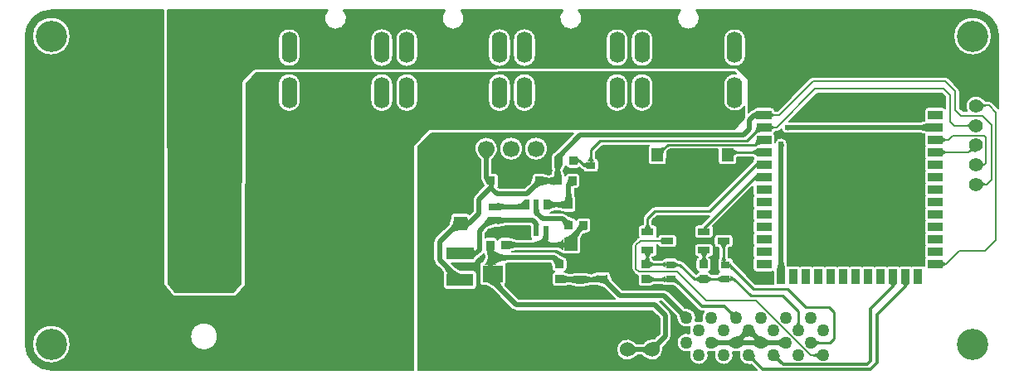
<source format=gtl>
G04 Layer: TopLayer*
G04 EasyEDA Pro v2.2.23.6, 2024-08-03 20:46:29*
G04 Gerber Generator version 0.3*
G04 Scale: 100 percent, Rotated: No, Reflected: No*
G04 Dimensions in millimeters*
G04 Leading zeros omitted, absolute positions, 3 integers and 5 decimals*
%FSLAX35Y35*%
%MOMM*%
%ADD8191C,0.2032*%
%ADD10O,1.6X3.19999*%
%ADD11O,2.99999X1.6*%
%ADD12C,2.49999*%
%ADD13R,0.86401X0.80648*%
%ADD14R,1.25001X0.7*%
%ADD15R,0.6X1.1*%
%ADD16R,1.41X1.35001*%
%ADD17R,0.80648X0.86401*%
%ADD18R,0.8134X0.86401*%
%ADD19R,0.80648X0.86401*%
%ADD20R,0.8X0.9*%
%ADD21R,2.72001X1.3*%
%ADD22R,0.9X0.8*%
%ADD23R,1.5X0.9*%
%ADD24R,0.9X1.5*%
%ADD25R,1.5X0.9*%
%ADD26R,0.9X0.9*%
%ADD27R,0.9X0.8*%
%ADD28R,0.86401X0.80648*%
%ADD29C,3.2004*%
%ADD30C,1.27*%
%ADD31C,1.524*%
%ADD32C,5.79999*%
%ADD33R,1.7X1.7*%
%ADD34C,1.7*%
%ADD35R,1.35001X1.41*%
%ADD36C,1.4*%
%ADD37R,1.4X1.524*%
%ADD38R,1.23X1.35999*%
%ADD39R,2.0X1.8*%
%ADD40C,0.61*%
%ADD41C,0.7*%
%ADD42C,0.5*%
%ADD43C,0.50002*%
%ADD44C,0.3*%
%ADD45C,0.2*%
%ADD46C,0.3048*%
%ADD47C,0.254*%
%ADD48C,0.127*%
G75*


G04 Copper Start*
G36*
G01X7156677Y2792495D02*
G03X7370825Y2731313I115814J0D01*
G01X7370825Y2617654D01*
G03X7364712Y2598091I54160J-27659D01*
G01X7266777Y2500155D01*
G01X4161981Y2500155D01*
G03X4154797Y2497179I0J-10160D01*
G01X3998808Y2341190D01*
G03X3995832Y2334006I7184J-7184D01*
G01X3995832Y35814D01*
G01X300000Y35814D01*
G02X35814Y300000I0J264186D01*
G01X35814Y3450000D01*
G02X300000Y3714186I264186J0D01*
G01X1441212Y3714186D01*
G01X1447643Y903088D01*
G03X1450187Y896387I10160J23D01*
G01X1542338Y792035D01*
G03X1549952Y788600I7616J6725D01*
G01X2170986Y788524D01*
G03X2178172Y791500I1J10160D01*
G01X2278146Y891475D01*
G03X2281122Y898625I-7184J7184D01*
G01X2287992Y2967622D01*
G01X2392815Y3072445D01*
G01X7276828Y3079783D01*
G01X7289568Y3067042D01*
G03X7156677Y2952494I-17077J-114548D01*
G01X7156677Y2792495D01*
G37*
%LPC*%
G36*
G01X104166Y3450000D02*
G03X495834Y3450000I195834J0D01*
G03X104166Y3450000I-195834J0D01*
G37*
G36*
G01X104166Y300000D02*
G03X495834Y300000I195834J0D01*
G03X104166Y300000I-195834J0D01*
G37*
G36*
G01X1998815Y378500D02*
G03X1717185Y378500I-140815J0D01*
G03X1998815Y378500I140815J0D01*
G37*
G36*
G01X2843323Y2792495D02*
G01X2843323Y2952494D01*
G03X2611695Y2952494I-115814J0D01*
G01X2611695Y2792495D01*
G03X2843323Y2792495I115814J0D01*
G37*
G36*
G01X3788305Y2792495D02*
G01X3788305Y2952494D01*
G03X3556677Y2952494I-115814J0D01*
G01X3556677Y2792495D01*
G03X3788305Y2792495I115814J0D01*
G37*
G36*
G01X4043323Y2792495D02*
G01X4043323Y2952494D01*
G03X3811695Y2952494I-115814J0D01*
G01X3811695Y2792495D01*
G03X4043323Y2792495I115814J0D01*
G37*
G36*
G01X4988305Y2792495D02*
G01X4988305Y2952494D01*
G03X4756677Y2952494I-115814J0D01*
G01X4756677Y2792495D01*
G03X4988305Y2792495I115814J0D01*
G37*
G36*
G01X5243323Y2792495D02*
G01X5243323Y2952494D01*
G03X5011695Y2952494I-115814J0D01*
G01X5011695Y2792495D01*
G03X5243323Y2792495I115814J0D01*
G37*
G36*
G01X6188305Y2792495D02*
G01X6188305Y2952494D01*
G03X5956677Y2952494I-115814J0D01*
G01X5956677Y2792495D01*
G03X6188305Y2792495I115814J0D01*
G37*
G36*
G01X6443323Y2792495D02*
G01X6443323Y2952494D01*
G03X6211695Y2952494I-115814J0D01*
G01X6211695Y2792495D01*
G03X6443323Y2792495I115814J0D01*
G37*
%LPD*%
G36*
G01X1493586Y916697D02*
G01X1487186Y3714186D01*
G01X3117913Y3714186D01*
G03X3200000Y3516674I82087J-81698D01*
G03X3282087Y3714186I0J115814D01*
G01X4317913Y3714186D01*
G03X4400000Y3516674I82087J-81698D01*
G03X4482087Y3714186I0J115814D01*
G01X5517913Y3714186D01*
G03X5600000Y3516674I82087J-81698D01*
G03X5682087Y3714186I0J115814D01*
G01X6717913Y3714186D01*
G03X6800000Y3516674I82087J-81698D01*
G03X6882087Y3714186I0J115814D01*
G01X9700000Y3714186D01*
G02X9964186Y3450000I0J-264186D01*
G01X9964186Y2710579D01*
G01X9902376Y2772390D01*
G03X9869980Y2785809I-32395J-32395D01*
G01X9832694Y2785809D01*
G01X9831200Y2787003D01*
G01X9826664Y2791406D01*
G01X9816750Y2802156D01*
G03X9674137Y2821565I-81768J-67161D01*
G03X9644095Y2680809I60845J-86571D01*
G01X9603958Y2680809D01*
G01X9570795Y2713971D01*
G01X9570795Y2884994D01*
G03X9557376Y2917390I-45814J0D01*
G01X9452377Y3022389D01*
G03X9419981Y3035808I-32395J-32395D01*
G01X8074984Y3035808D01*
G03X8042588Y3022389I0J-45814D01*
G01X7708108Y2687909D01*
G01X7681300Y2687909D01*
G03X7645495Y2722909I-35805J-814D01*
G01X7495496Y2722909D01*
G03X7462554Y2701147I0J-35814D01*
G03X7434084Y2685097I14532J-59052D01*
G01X7416799Y2667813D01*
G01X7416799Y2989994D01*
G03X7406310Y3015318I-35814J0D01*
G01X7306354Y3115273D01*
G03X7280976Y3125763I-25324J-25324D01*
G01X2388547Y3118413D01*
G03X2363276Y3107923I54J-35814D01*
G01X2252521Y2997168D01*
G03X2242032Y2971963I25324J-25324D01*
G01X2235197Y913543D01*
G01X2156155Y834500D01*
G01X1566108Y834572D01*
G01X1493586Y916697D01*
G37*
%LPC*%
G36*
G01X2843323Y3252514D02*
G01X2843323Y3412514D01*
G03X2611695Y3412514I-115814J0D01*
G01X2611695Y3252514D01*
G03X2843323Y3252514I115814J0D01*
G37*
G36*
G01X3788305Y3252514D02*
G01X3788305Y3412514D01*
G03X3556677Y3412514I-115814J0D01*
G01X3556677Y3252514D01*
G03X3788305Y3252514I115814J0D01*
G37*
G36*
G01X4043323Y3252514D02*
G01X4043323Y3412514D01*
G03X3811695Y3412514I-115814J0D01*
G01X3811695Y3252514D01*
G03X4043323Y3252514I115814J0D01*
G37*
G36*
G01X4988305Y3252514D02*
G01X4988305Y3412514D01*
G03X4756677Y3412514I-115814J0D01*
G01X4756677Y3252514D01*
G03X4988305Y3252514I115814J0D01*
G37*
G36*
G01X5243323Y3252514D02*
G01X5243323Y3412514D01*
G03X5011695Y3412514I-115814J0D01*
G01X5011695Y3252514D01*
G03X5243323Y3252514I115814J0D01*
G37*
G36*
G01X6188305Y3252514D02*
G01X6188305Y3412514D01*
G03X5956677Y3412514I-115814J0D01*
G01X5956677Y3252514D01*
G03X6188305Y3252514I115814J0D01*
G37*
G36*
G01X6443323Y3252514D02*
G01X6443323Y3412514D01*
G03X6211695Y3412514I-115814J0D01*
G01X6211695Y3252514D01*
G03X6443323Y3252514I115814J0D01*
G37*
G36*
G01X7388305Y3252514D02*
G01X7388305Y3412514D01*
G03X7156677Y3412514I-115814J0D01*
G01X7156677Y3252514D01*
G03X7388305Y3252514I115814J0D01*
G37*
G36*
G01X9504166Y3450000D02*
G03X9895834Y3450000I195834J0D01*
G03X9504166Y3450000I-195834J0D01*
G37*
%LPD*%
G36*
G01X7495336Y35814D02*
G01X4041806Y35814D01*
G01X4041806Y2319171D01*
G01X4176816Y2454181D01*
G01X5628171Y2454181D01*
G01X5466290Y2292300D01*
G02X5413364Y2247232I-307471J307471D01*
G03X5398515Y2218196I20965J-29036D01*
G01X5398515Y2131795D01*
G03X5398920Y2126420I35814J0D01*
G02X5403811Y2075168I-458633J-69625D01*
G02X5398894Y2038831I-232979J13028D01*
G02X5374989Y2032491I-44565J119795D01*
G02X5337065Y2045027I20660J126135D01*
G03X5320650Y2049010I-16415J-31830D01*
G01X5240002Y2049010D01*
G03X5204188Y2013196I0J-35814D01*
G01X5204188Y2008060D01*
G02X5186219Y1951893I-96768J0D01*
G01X5130136Y1895810D01*
G01X4870180Y1895810D01*
G01X4860219Y1905771D01*
G03X4865802Y1924973I-30231J19202D01*
G01X4865802Y2014973D01*
G03X4829988Y2050787I-35814J0D01*
G01X4813399Y2050787D01*
G02X4797914Y2051224I0J274439D01*
G01X4797914Y2181772D01*
G01X4798032Y2184549D01*
G01X4798223Y2185965D01*
G01X4798451Y2186936D01*
G01X4798707Y2187683D01*
G01X4799046Y2188427D01*
G01X4799266Y2188811D01*
G01X4801807Y2192272D01*
G01X4805665Y2196485D01*
G01X4811430Y2202149D01*
G01X4818318Y2208873D01*
G01X4819269Y2209837D01*
G01X4822588Y2213331D01*
G03X4737100Y2419514I-85488J85369D01*
G03X4651612Y2213331I0J-120814D01*
G01X4654931Y2209837D01*
G01X4655882Y2208873D01*
G01X4662770Y2202149D01*
G01X4668535Y2196485D01*
G01X4672393Y2192272D01*
G01X4674934Y2188811D01*
G01X4675154Y2188427D01*
G01X4675493Y2187683D01*
G01X4675749Y2186936D01*
G01X4675977Y2185965D01*
G01X4676168Y2184549D01*
G01X4676286Y2181772D01*
G01X4676286Y2002884D01*
G03X4694098Y1959882I60814J0D01*
G02X4714441Y1920450I-51566J-51566D01*
G01X4616989Y1822998D01*
G03X4599177Y1779996I43002J-43002D01*
G01X4599177Y1659131D01*
G01X4569295Y1629250D01*
G03X4542492Y1641311I-26804J-23753D01*
G01X4407491Y1641311D01*
G03X4371677Y1605497I0J-35814D01*
G01X4371677Y1580885D01*
G02X4353708Y1524718I-96768J0D01*
G01X4216990Y1387999D01*
G03X4199178Y1344997I43002J-43002D01*
G01X4199178Y1164996D01*
G03X4216990Y1121994I60814J0D01*
G01X4277706Y1061278D01*
G02X4299845Y1030799I-85073J-85073D01*
G03X4298177Y1019997I34146J-10803D01*
G01X4298177Y889997D01*
G03X4333991Y854183I35814J0D01*
G01X4605992Y854183D01*
G03X4641806Y889997I0J35814D01*
G01X4641806Y1019997D01*
G03X4605992Y1055811I-35814J0D01*
G01X4472958Y1055811D01*
G02X4426210Y1084782I38325J114044D01*
G01X4386807Y1124185D01*
G01X4605992Y1124185D01*
G03X4641806Y1159999I0J35814D01*
G01X4641806Y1162499D01*
G02X4642725Y1165328I4811J0D01*
G03X4673993Y1181997I-11733J59671D01*
G01X4712993Y1220996D01*
G03X4716330Y1224615I-43002J43002D01*
G02X4718840Y1196797I-152875J-27818D01*
G01X4718840Y1183767D01*
G02X4703812Y1145792I-55494J0D01*
G03X4669177Y1109998I1178J-35795D01*
G01X4669177Y929998D01*
G03X4704991Y894184I35814J0D01*
G01X4747024Y894184D01*
G02X4793771Y865213I-38325J-114044D01*
G01X5001988Y656997D01*
G03X5044990Y639185I43002J43002D01*
G01X6429797Y639185D01*
G01X6504173Y564809D01*
G01X6504173Y405189D01*
G01X6460371Y361387D01*
G01X6457489Y358950D01*
G01X6456197Y358203D01*
G01X6454485Y357570D01*
G01X6451481Y356922D01*
G01X6446734Y356389D01*
G01X6440019Y356028D01*
G01X6427555Y355486D01*
G03X6352777Y324639I2445J-111987D01*
G01X6343709Y316396D01*
G01X6338672Y311891D01*
G01X6334938Y308919D01*
G01X6332370Y307266D01*
G01X6330728Y306513D01*
G01X6329285Y306129D01*
G01X6325499Y305813D01*
G01X6280501Y305813D01*
G01X6276715Y306129D01*
G01X6275272Y306513D01*
G01X6273631Y307266D01*
G01X6271062Y308919D01*
G01X6267328Y311891D01*
G01X6262292Y316396D01*
G01X6253223Y324639D01*
G03X6063991Y242422I-77223J-81140D01*
G03X6254770Y163859I112009J1077D01*
G01X6264769Y173480D01*
G01X6269572Y177897D01*
G01X6273302Y180916D01*
G01X6275972Y182657D01*
G01X6277733Y183479D01*
G01X6280064Y184102D01*
G01X6282017Y184186D01*
G01X6323931Y184186D01*
G01X6326033Y184089D01*
G01X6328267Y183479D01*
G01X6330029Y182657D01*
G01X6332699Y180916D01*
G01X6336428Y177897D01*
G01X6341231Y173480D01*
G01X6351230Y163859D01*
G03X6472730Y139955I78770J79640D01*
G03X6542010Y242590I-42730J103544D01*
G01X6542327Y256219D01*
G01X6542615Y262772D01*
G01X6543121Y267540D01*
G01X6543777Y270640D01*
G01X6544436Y272447D01*
G01X6545651Y274541D01*
G01X6546984Y275993D01*
G01X6607989Y336997D01*
G03X6625801Y379999I-43002J43002D01*
G01X6625801Y589999D01*
G03X6607989Y633001I-60814J0D01*
G01X6506805Y734184D01*
G01X6528824Y734184D01*
G01X6674623Y588385D01*
G01X6675983Y586786D01*
G01X6676631Y585742D01*
G01X6677485Y583864D01*
G01X6678400Y581105D01*
G01X6679248Y577541D01*
G01X6679895Y573654D01*
G01X6680894Y562762D01*
G03X6813522Y475510I99118J6238D01*
G03X6813522Y408490I93490J-33510D01*
G03X6680698Y315000I-33510J-93490D01*
G03X6813522Y221510I99314J0D01*
G03X6907012Y88686I93490J-33510D01*
G03X7000502Y221510I0J99314D01*
G03X7067522Y221510I33510J93490D01*
G03X7161012Y88686I93490J-33510D01*
G03X7254502Y221510I0J99314D01*
G03X7321522Y221510I33510J93490D01*
G03X7418342Y88742I93490J-33510D01*
G01X7419841Y88733D01*
G03X7422633Y88825I219J35813D01*
G01X7430338Y89380D01*
G01X7431390Y89471D01*
G01X7437751Y90118D01*
G01X7440993Y90157D01*
G01X7495336Y35814D01*
G37*
%LPC*%
G36*
G01X4870286Y2298700D02*
G03X5111914Y2298700I120814J0D01*
G03X4870286Y2298700I-120814J0D01*
G37*
G36*
G01X5124286Y2298700D02*
G03X5365914Y2298700I120814J0D01*
G03X5124286Y2298700I-120814J0D01*
G37*
%LPD*%
G36*
G01X5184176Y1504180D02*
G01X5184176Y1404996D01*
G03X5199231Y1375811I35814J0D01*
G01X5045650Y1375811D01*
G02X4987066Y1390028I0J127815D01*
G03X4970650Y1394012I-16415J-31830D01*
G01X4890003Y1394012D01*
G03X4854990Y1365732I0J-35814D01*
G03X4819978Y1394012I-35013J-7534D01*
G01X4739330Y1394012D01*
G03X4730805Y1392982I0J-35814D01*
G01X4730805Y1434807D01*
G01X4767209Y1471212D01*
G02X4823376Y1489180I56167J-78800D01*
G01X4849990Y1489180D01*
G03X4863765Y1491935I0J35814D01*
G02X4924990Y1504180I61225J-146941D01*
G01X5184176Y1504180D01*
G37*
G36*
G01X4940804Y929998D02*
G01X4940804Y1109998D01*
G03X4938606Y1122351I-35814J0D01*
G02X4954654Y1122953I16047J-213584D01*
G01X5378758Y1122953D01*
G03X5390932Y1124184I0J60814D01*
G01X5397602Y1124184D01*
G02X5405975Y1084810I-88396J-39374D01*
G01X5405975Y1075011D01*
G03X5434255Y1039998I35814J0D01*
G03X5405975Y1004985I7534J-35013D01*
G01X5405975Y924338D01*
G03X5441789Y888524I35814J0D01*
G01X5528189Y888524D01*
G03X5537866Y889856I0J35814D01*
G02X5588534Y898403I65324J-232783D01*
G02X5637740Y886394I-11746J-154940D01*
G03X5651788Y883524I14048J32944D01*
G01X5738189Y883524D01*
G03X5752237Y886394I0J35814D01*
G02X5810375Y898822I60951J-142931D01*
G02X5875549Y894458I-5386J-569258D01*
G03X5879988Y894182I4439J35538D01*
G01X5881600Y894182D01*
G02X5937767Y876213I0J-96768D01*
G01X6053167Y760813D01*
G01X5070180Y760813D01*
G01X4942275Y888717D01*
G02X4929458Y903845I85073J85073D01*
G03X4940804Y929998I-24468J26153D01*
G37*
G36*
G01X5660649Y1890982D02*
G03X5696463Y1926796I0J35814D01*
G01X5696463Y2013196D01*
G03X5660649Y2049010I-35814J0D01*
G01X5580002Y2049010D01*
G03X5544989Y2020730I0J-35814D01*
G03X5541041Y2031019I-35013J-7534D01*
G02X5527023Y2071499I99656J57177D01*
G02X5543634Y2110316I88017J-14704D01*
G03X5549989Y2124262I-28658J21480D01*
G03X5585002Y2095981I35013J7534D01*
G01X5665649Y2095981D01*
G03X5690229Y2105748I0J35814D01*
G01X5700284Y2095694D01*
G03X5724980Y2082445I34305J34305D01*
G03X5759988Y2054184I35008J7553D01*
G01X5849988Y2054184D01*
G03X5885802Y2089998I0J35814D01*
G01X5885802Y2169998D01*
G03X5853767Y2205612I-35814J0D01*
G01X5853502Y2208098D01*
G01X5853502Y2264900D01*
G01X5920083Y2331481D01*
G01X6400266Y2331481D01*
G03X6386165Y2303000I21713J-28482D01*
G01X6386165Y2167000D01*
G03X6421979Y2131186I35814J0D01*
G01X6544978Y2131186D01*
G03X6580792Y2167000I0J35814D01*
G01X6580792Y2251599D01*
G02X6585912Y2268825I31538J0D01*
G01X6608569Y2291481D01*
G01X7101163Y2291481D01*
G01X7101163Y2167000D01*
G03X7136977Y2131186I35814J0D01*
G01X7259977Y2131186D01*
G03X7295791Y2167000I0J35814D01*
G01X7295791Y2211258D01*
G01X7298077Y2211481D01*
G01X7457396Y2211481D01*
G02X7460020Y2211186I0J-11811D01*
G03X7464830Y2197595I35476J4909D01*
G03X7459682Y2179095I30666J-18500D01*
G01X7459682Y2168301D01*
G01X6999891Y1708511D01*
G01X6459987Y1708511D01*
G03X6425683Y1694301I0J-48514D01*
G01X6350683Y1619301D01*
G03X6336473Y1584997I34305J-34305D01*
G01X6336473Y1523093D01*
G01X6336250Y1520807D01*
G01X6322487Y1520807D01*
G03X6286673Y1484993I0J-35814D01*
G01X6286673Y1414993D01*
G03X6293587Y1393841I35814J0D01*
G03X6280173Y1384812I16401J-38844D01*
G01X6235173Y1339812D01*
G03X6222823Y1309997I29814J-29814D01*
G01X6222823Y1069998D01*
G03X6235173Y1040183I42164J0D01*
G01X6265173Y1010183D01*
G03X6285973Y998809I29814J29814D01*
G01X6285973Y924340D01*
G03X6321787Y888526I35814J0D01*
G01X6408188Y888526D01*
G03X6434561Y900110I0J35814D01*
G02X6453908Y908608I19347J-17774D01*
G01X6523778Y908608D01*
G02X6548946Y900667I0J-43858D01*
G03X6569498Y894184I20552J29330D01*
G01X6651011Y894184D01*
G02X6671711Y878571I-45385J-81697D01*
G01X6901213Y649068D01*
G03X6937144Y634185I35931J35931D01*
G01X6959084Y634185D01*
G03X6940522Y535490I74928J-65185D01*
G03X6873502Y535490I-33510J-93490D01*
G03X6786250Y668118I-93490J33510D01*
G01X6775358Y669117D01*
G01X6771471Y669764D01*
G01X6767907Y670612D01*
G01X6765148Y671527D01*
G01X6763270Y672381D01*
G01X6762226Y673029D01*
G01X6760627Y674389D01*
G01X6597016Y838000D01*
G03X6554014Y855812I-43002J-43002D01*
G01X6130175Y855812D01*
G01X6026310Y959674D01*
G02X6005802Y1009995I51483J50321D01*
G03X5969988Y1045809I-35814J0D01*
G01X5879988Y1045809D01*
G03X5858271Y1038474I0J-35814D01*
G02X5808508Y1020546I-53283J69871D01*
G02X5752237Y1032929I4681J155314D01*
G03X5738189Y1035799I-14048J-32944D01*
G01X5651788Y1035799D01*
G03X5637740Y1032929I0J-35814D01*
G02X5591048Y1021131I-60951J142931D01*
G02X5546272Y1035899I12141J112076D01*
G03X5535723Y1039998I-18082J-30914D01*
G03X5564003Y1075011I-7534J35013D01*
G01X5564003Y1155658D01*
G03X5534370Y1190935I-35814J0D01*
G02X5483728Y1217263I16351J93321D01*
G01X5472991Y1228000D01*
G03X5429989Y1245812I-43002J-43002D01*
G01X5379989Y1245812D01*
G03X5367816Y1244581I0J-60814D01*
G01X4997044Y1244581D01*
G02X5045650Y1254183I48606J-118213D01*
G01X5454489Y1254183D01*
G02X5500760Y1231113I0J-57936D01*
G03X5529489Y1216683I28729J21384D01*
G01X5670489Y1216683D01*
G03X5706303Y1252497I0J35814D01*
G01X5706303Y1383740D01*
G02X5723782Y1421132I96195J-22185D01*
G02X5770649Y1435983I46867J-66528D01*
G03X5806463Y1471797I0J35814D01*
G01X5806463Y1558197D01*
G03X5770649Y1594011I-35814J0D01*
G01X5690001Y1594011D01*
G03X5654989Y1565731I0J-35814D01*
G03X5619976Y1594011I-35013J-7534D01*
G02X5569319Y1614211I0J73620D01*
G01X5557331Y1626199D01*
G03X5514329Y1644011I-43002J-43002D01*
G01X5392943Y1644011D01*
G03X5396473Y1646346I-17957J30987D01*
G02X5449985Y1664183I53512J-71354D01*
G01X5464329Y1664183D01*
G02X5522913Y1649966I0J-127815D01*
G03X5539329Y1645982I16415J31830D01*
G01X5619976Y1645982D01*
G03X5655790Y1681796I0J35814D01*
G01X5655790Y1768197D01*
G03X5652920Y1782245I-35814J0D01*
G02X5640466Y1843197I142931J60951D01*
G01X5640466Y1889006D01*
G02X5660649Y1890982I20183J-102103D01*
G37*
G36*
G01X7459682Y1835095D02*
G03X7464830Y1816595I35814J0D01*
G03X7459682Y1798095I30666J-18500D01*
G01X7459682Y1708095D01*
G03X7464830Y1689595I35814J0D01*
G03X7459682Y1671095I30666J-18500D01*
G01X7459682Y1581095D01*
G03X7464830Y1562595I35814J0D01*
G03X7459682Y1544095I30666J-18500D01*
G01X7459682Y1454095D01*
G03X7464830Y1435595I35814J0D01*
G03X7459682Y1417095I30666J-18500D01*
G01X7459682Y1327095D01*
G03X7464830Y1308595I35814J0D01*
G03X7459682Y1290095I30666J-18500D01*
G01X7459682Y1200095D01*
G03X7464830Y1181595I35814J0D01*
G03X7459682Y1163095I30666J-18500D01*
G01X7459682Y1073095D01*
G03X7495496Y1037281I35814J0D01*
G01X7645495Y1037281D01*
G03X7666186Y1043863I0J35814D01*
G01X7666186Y915105D01*
G01X7666222Y913512D01*
G01X7485080Y913512D01*
G01X7265920Y1132673D01*
G02X7260800Y1149899I26418J17226D01*
G03X7224986Y1185816I-35866J52D01*
G01X7208723Y1185816D01*
G01X7208500Y1188102D01*
G01X7208500Y1281897D01*
G01X7208723Y1284183D01*
G01X7222486Y1284183D01*
G03X7258300Y1319997I0J35814D01*
G01X7258300Y1389997D01*
G03X7222486Y1425811I-35814J0D01*
G01X7097485Y1425811D01*
G03X7061671Y1389997I0J-35814D01*
G01X7061671Y1319997D01*
G03X7097485Y1284183I35814J0D01*
G01X7111248Y1284183D01*
G01X7111472Y1281897D01*
G01X7111472Y1188102D01*
G02X7105932Y1170944I-29345J0D01*
G03X7099172Y1150002I29053J-20941D01*
G01X7099172Y1070002D01*
G03X7115428Y1040000I35814J0D01*
G03X7099337Y1013435I19557J-30002D01*
G01X7096886Y1013178D01*
G01X7036286Y1013178D01*
G02X7032934Y1013663I0J11811D01*
G03X7005720Y1040000I-34747J-8676D01*
G03X7034000Y1075013I-7534J35013D01*
G01X7034000Y1155660D01*
G03X7010779Y1189187I-35814J0D01*
G01X7022487Y1189187D01*
G03X7058301Y1225001I0J35814D01*
G01X7058301Y1295001D01*
G03X7022487Y1330815I-35814J0D01*
G01X6897486Y1330815D01*
G03X6861672Y1295001I0J-35814D01*
G01X6861672Y1225001D01*
G03X6897486Y1189187I35814J0D01*
G01X6899193Y1189187D01*
G03X6875972Y1155660I12592J-33527D01*
G01X6875972Y1075013D01*
G03X6904252Y1040000I35814J0D01*
G03X6877679Y1015914I7534J-35013D01*
G01X6749287Y1144307D01*
G03X6714982Y1158516I-34305J-34305D01*
G01X6697598Y1158516D01*
G02X6694156Y1159029I0J11811D01*
G03X6659498Y1185816I-34658J-9027D01*
G01X6569498Y1185816D01*
G03X6537133Y1165336I0J-35814D01*
G02X6531398Y1163850I-5735J10325D01*
G01X6446288Y1163850D01*
G02X6442935Y1164336I0J11811D01*
G03X6438945Y1174007I-34747J-8676D01*
G02X6433773Y1189187I33114J19753D01*
G01X6447488Y1189187D01*
G03X6483302Y1225001I0J35814D01*
G01X6483302Y1295001D01*
G03X6478547Y1312833I-35814J0D01*
G01X6487396Y1312833D01*
G03X6522486Y1284183I35090J7164D01*
G01X6647487Y1284183D01*
G03X6683301Y1319997I0J35814D01*
G01X6683301Y1389997D01*
G03X6647487Y1425811I-35814J0D01*
G01X6522486Y1425811D01*
G03X6487396Y1397161I0J-35814D01*
G01X6478547Y1397161D01*
G03X6483302Y1414993I-31059J17832D01*
G01X6483302Y1484993D01*
G03X6447488Y1520807I-35814J0D01*
G01X6433725Y1520807D01*
G01X6433501Y1523093D01*
G01X6433501Y1564902D01*
G01X6480082Y1611483D01*
G01X7017863Y1611483D01*
G01X6927187Y1520807D01*
G01X6897486Y1520807D01*
G03X6861672Y1484993I0J-35814D01*
G01X6861672Y1414993D01*
G03X6897486Y1379179I35814J0D01*
G01X7022487Y1379179D01*
G03X7058301Y1414993I0J35814D01*
G01X7058301Y1484993D01*
G03X7050679Y1507080I-35814J0D01*
G01X7459682Y1916083D01*
G01X7459682Y1835095D01*
G37*
G36*
G01X7807964Y2310862D02*
G01X7808225Y2313529D01*
G01X7809457Y2320339D01*
G01X7809630Y2321387D01*
G01X7810868Y2329623D01*
G03X7811239Y2333562I-35416J5324D01*
G01X7811445Y2338876D01*
G03X7811449Y2341533I-35787J1385D01*
G01X7811291Y2345975D01*
G03X7753853Y2410714I-66307J-980D01*
G03X7681309Y2363516I-8869J-65718D01*
G01X7681309Y2433095D01*
G03X7676161Y2451595I-35814J0D01*
G03X7681300Y2469281I-30666J18500D01*
G01X7700085Y2469281D01*
G03X7732480Y2482700I0J45814D01*
G01X7746297Y2496516D01*
G03X7832593Y2452654I63688J18478D01*
G01X7838254Y2453616D01*
G01X7842239Y2454006D01*
G01X7847214Y2454181D01*
G01X9170505Y2454181D01*
G02X9212243Y2446374I0J-115470D01*
G03X9209691Y2433095I33262J-13278D01*
G01X9209691Y2343095D01*
G03X9214839Y2324595I35814J0D01*
G03X9209691Y2306095I30666J-18500D01*
G01X9209691Y2216095D01*
G03X9214839Y2197595I35814J0D01*
G03X9209691Y2179095I30666J-18500D01*
G01X9209691Y2089095D01*
G03X9214839Y2070595I35814J0D01*
G03X9209691Y2052095I30666J-18500D01*
G01X9209691Y1962095D01*
G03X9214839Y1943595I35814J0D01*
G03X9209691Y1925095I30666J-18500D01*
G01X9209691Y1835095D01*
G03X9214839Y1816595I35814J0D01*
G03X9209691Y1798095I30666J-18500D01*
G01X9209691Y1708095D01*
G03X9214839Y1689595I35814J0D01*
G03X9209691Y1671095I30666J-18500D01*
G01X9209691Y1581095D01*
G03X9214839Y1562595I35814J0D01*
G03X9209691Y1544095I30666J-18500D01*
G01X9209691Y1454095D01*
G03X9214839Y1435595I35814J0D01*
G03X9209691Y1417095I30666J-18500D01*
G01X9209691Y1327095D01*
G03X9214839Y1308595I35814J0D01*
G03X9209691Y1290095I30666J-18500D01*
G01X9209691Y1200095D01*
G03X9214839Y1181595I35814J0D01*
G03X9209691Y1163095I30666J-18500D01*
G01X9209691Y1097334D01*
G03X9189000Y1103916I-20691J-29232D01*
G01X9099000Y1103916D01*
G03X9078027Y1097132I0J-35814D01*
G03X9062000Y1100919I-16027J-32028D01*
G01X8972000Y1100919D01*
G03X8953500Y1095770I0J-35814D01*
G03X8935000Y1100919I-18500J-30666D01*
G01X8845000Y1100919D01*
G03X8826500Y1095770I0J-35814D01*
G03X8808000Y1100919I-18500J-30666D01*
G01X8718000Y1100919D01*
G03X8699500Y1095770I0J-35814D01*
G03X8681000Y1100919I-18500J-30666D01*
G01X8591000Y1100919D01*
G03X8572500Y1095770I0J-35814D01*
G03X8554000Y1100919I-18500J-30666D01*
G01X8464000Y1100919D01*
G03X8445500Y1095770I0J-35814D01*
G03X8427000Y1100919I-18500J-30666D01*
G01X8337000Y1100919D01*
G03X8318500Y1095770I0J-35814D01*
G03X8300000Y1100919I-18500J-30666D01*
G01X8210000Y1100919D01*
G03X8191500Y1095770I0J-35814D01*
G03X8173000Y1100919I-18500J-30666D01*
G01X8083000Y1100919D01*
G03X8064500Y1095770I0J-35814D01*
G03X8046000Y1100919I-18500J-30666D01*
G01X7956000Y1100919D01*
G03X7937500Y1095770I0J-35814D01*
G03X7919000Y1100919I-18500J-30666D01*
G01X7829000Y1100919D01*
G03X7815677Y1098348I0J-35814D01*
G02X7807814Y1140104I106948J41756D01*
G01X7807814Y2305845D01*
G01X7807964Y2310862D01*
G37*
G36*
G01X9386004Y2864180D02*
G01X9424167Y2826018D01*
G01X9424167Y2708568D01*
G03X9395504Y2722909I-28663J-21473D01*
G01X9245505Y2722909D01*
G03X9209691Y2687095I0J-35814D01*
G01X9209691Y2597095D01*
G03X9212279Y2583727I35814J0D01*
G02X9170505Y2575809I-41774J106241D01*
G01X7847214Y2575809D01*
G01X7842239Y2575984D01*
G01X7838254Y2576374D01*
G01X7832593Y2577336D01*
G03X7828463Y2578682I-22608J-62341D01*
G01X8113961Y2864180D01*
G01X9386004Y2864180D01*
G37*
G54D8191*
G01X7156677Y2792495D02*
G03X7370825Y2731313I115814J0D01*
G01X7370825Y2617654D01*
G03X7364712Y2598091I54160J-27659D01*
G01X7266777Y2500155D01*
G01X4161981Y2500155D01*
G03X4154797Y2497179I0J-10160D01*
G01X3998808Y2341190D01*
G03X3995832Y2334006I7184J-7184D01*
G01X3995832Y35814D01*
G01X300000Y35814D01*
G02X35814Y300000I0J264186D01*
G01X35814Y3450000D01*
G02X300000Y3714186I264186J0D01*
G01X1441212Y3714186D01*
G01X1447643Y903088D01*
G03X1450187Y896387I10160J23D01*
G01X1542338Y792035D01*
G03X1549952Y788600I7616J6725D01*
G01X2170986Y788524D01*
G03X2178172Y791500I1J10160D01*
G01X2278146Y891475D01*
G03X2281122Y898625I-7184J7184D01*
G01X2287992Y2967622D01*
G01X2392815Y3072445D01*
G01X7276828Y3079783D01*
G01X7289568Y3067042D01*
G03X7156677Y2952494I-17077J-114548D01*
G01X7156677Y2792495D01*
G01X104166Y3450000D02*
G03X495834Y3450000I195834J0D01*
G03X104166Y3450000I-195834J0D01*
G01X104166Y300000D02*
G03X495834Y300000I195834J0D01*
G03X104166Y300000I-195834J0D01*
G01X1998815Y378500D02*
G03X1717185Y378500I-140815J0D01*
G03X1998815Y378500I140815J0D01*
G01X2843323Y2792495D02*
G01X2843323Y2952494D01*
G03X2611695Y2952494I-115814J0D01*
G01X2611695Y2792495D01*
G03X2843323Y2792495I115814J0D01*
G01X3788305Y2792495D02*
G01X3788305Y2952494D01*
G03X3556677Y2952494I-115814J0D01*
G01X3556677Y2792495D01*
G03X3788305Y2792495I115814J0D01*
G01X4043323Y2792495D02*
G01X4043323Y2952494D01*
G03X3811695Y2952494I-115814J0D01*
G01X3811695Y2792495D01*
G03X4043323Y2792495I115814J0D01*
G01X4988305Y2792495D02*
G01X4988305Y2952494D01*
G03X4756677Y2952494I-115814J0D01*
G01X4756677Y2792495D01*
G03X4988305Y2792495I115814J0D01*
G01X5243323Y2792495D02*
G01X5243323Y2952494D01*
G03X5011695Y2952494I-115814J0D01*
G01X5011695Y2792495D01*
G03X5243323Y2792495I115814J0D01*
G01X6188305Y2792495D02*
G01X6188305Y2952494D01*
G03X5956677Y2952494I-115814J0D01*
G01X5956677Y2792495D01*
G03X6188305Y2792495I115814J0D01*
G01X6443323Y2792495D02*
G01X6443323Y2952494D01*
G03X6211695Y2952494I-115814J0D01*
G01X6211695Y2792495D01*
G03X6443323Y2792495I115814J0D01*
G01X1493586Y916697D02*
G01X1487186Y3714186D01*
G01X3117913Y3714186D01*
G03X3200000Y3516674I82087J-81698D01*
G03X3282087Y3714186I0J115814D01*
G01X4317913Y3714186D01*
G03X4400000Y3516674I82087J-81698D01*
G03X4482087Y3714186I0J115814D01*
G01X5517913Y3714186D01*
G03X5600000Y3516674I82087J-81698D01*
G03X5682087Y3714186I0J115814D01*
G01X6717913Y3714186D01*
G03X6800000Y3516674I82087J-81698D01*
G03X6882087Y3714186I0J115814D01*
G01X9700000Y3714186D01*
G02X9964186Y3450000I0J-264186D01*
G01X9964186Y2710579D01*
G01X9902376Y2772390D01*
G03X9869980Y2785809I-32395J-32395D01*
G01X9832694Y2785809D01*
G01X9831200Y2787003D01*
G01X9826664Y2791406D01*
G01X9816750Y2802156D01*
G03X9674137Y2821565I-81768J-67161D01*
G03X9644095Y2680809I60845J-86571D01*
G01X9603958Y2680809D01*
G01X9570795Y2713971D01*
G01X9570795Y2884994D01*
G03X9557376Y2917390I-45814J0D01*
G01X9452377Y3022389D01*
G03X9419981Y3035808I-32395J-32395D01*
G01X8074984Y3035808D01*
G03X8042588Y3022389I0J-45814D01*
G01X7708108Y2687909D01*
G01X7681300Y2687909D01*
G03X7645495Y2722909I-35805J-814D01*
G01X7495496Y2722909D01*
G03X7462554Y2701147I0J-35814D01*
G03X7434084Y2685097I14532J-59052D01*
G01X7416799Y2667813D01*
G01X7416799Y2989994D01*
G03X7406310Y3015318I-35814J0D01*
G01X7306354Y3115273D01*
G03X7280976Y3125763I-25324J-25324D01*
G01X2388547Y3118413D01*
G03X2363276Y3107923I54J-35814D01*
G01X2252521Y2997168D01*
G03X2242032Y2971963I25324J-25324D01*
G01X2235197Y913543D01*
G01X2156155Y834500D01*
G01X1566108Y834572D01*
G01X1493586Y916697D01*
G01X2843323Y3252514D02*
G01X2843323Y3412514D01*
G03X2611695Y3412514I-115814J0D01*
G01X2611695Y3252514D01*
G03X2843323Y3252514I115814J0D01*
G01X3788305Y3252514D02*
G01X3788305Y3412514D01*
G03X3556677Y3412514I-115814J0D01*
G01X3556677Y3252514D01*
G03X3788305Y3252514I115814J0D01*
G01X4043323Y3252514D02*
G01X4043323Y3412514D01*
G03X3811695Y3412514I-115814J0D01*
G01X3811695Y3252514D01*
G03X4043323Y3252514I115814J0D01*
G01X4988305Y3252514D02*
G01X4988305Y3412514D01*
G03X4756677Y3412514I-115814J0D01*
G01X4756677Y3252514D01*
G03X4988305Y3252514I115814J0D01*
G01X5243323Y3252514D02*
G01X5243323Y3412514D01*
G03X5011695Y3412514I-115814J0D01*
G01X5011695Y3252514D01*
G03X5243323Y3252514I115814J0D01*
G01X6188305Y3252514D02*
G01X6188305Y3412514D01*
G03X5956677Y3412514I-115814J0D01*
G01X5956677Y3252514D01*
G03X6188305Y3252514I115814J0D01*
G01X6443323Y3252514D02*
G01X6443323Y3412514D01*
G03X6211695Y3412514I-115814J0D01*
G01X6211695Y3252514D01*
G03X6443323Y3252514I115814J0D01*
G01X7388305Y3252514D02*
G01X7388305Y3412514D01*
G03X7156677Y3412514I-115814J0D01*
G01X7156677Y3252514D01*
G03X7388305Y3252514I115814J0D01*
G01X9504166Y3450000D02*
G03X9895834Y3450000I195834J0D01*
G03X9504166Y3450000I-195834J0D01*
G01X7495336Y35814D02*
G01X4041806Y35814D01*
G01X4041806Y2319171D01*
G01X4176816Y2454181D01*
G01X5628171Y2454181D01*
G01X5466290Y2292300D01*
G02X5413364Y2247232I-307471J307471D01*
G03X5398515Y2218196I20965J-29036D01*
G01X5398515Y2131795D01*
G03X5398920Y2126420I35814J0D01*
G02X5403811Y2075168I-458633J-69625D01*
G02X5398894Y2038831I-232979J13028D01*
G02X5374989Y2032491I-44565J119795D01*
G02X5337065Y2045027I20660J126135D01*
G03X5320650Y2049010I-16415J-31830D01*
G01X5240002Y2049010D01*
G03X5204188Y2013196I0J-35814D01*
G01X5204188Y2008060D01*
G02X5186219Y1951893I-96768J0D01*
G01X5130136Y1895810D01*
G01X4870180Y1895810D01*
G01X4860219Y1905771D01*
G03X4865802Y1924973I-30231J19202D01*
G01X4865802Y2014973D01*
G03X4829988Y2050787I-35814J0D01*
G01X4813399Y2050787D01*
G02X4797914Y2051224I0J274439D01*
G01X4797914Y2181772D01*
G01X4798032Y2184549D01*
G01X4798223Y2185965D01*
G01X4798451Y2186936D01*
G01X4798707Y2187683D01*
G01X4799046Y2188427D01*
G01X4799266Y2188811D01*
G01X4801807Y2192272D01*
G01X4805665Y2196485D01*
G01X4811430Y2202149D01*
G01X4818318Y2208873D01*
G01X4819269Y2209837D01*
G01X4822588Y2213331D01*
G03X4737100Y2419514I-85488J85369D01*
G03X4651612Y2213331I0J-120814D01*
G01X4654931Y2209837D01*
G01X4655882Y2208873D01*
G01X4662770Y2202149D01*
G01X4668535Y2196485D01*
G01X4672393Y2192272D01*
G01X4674934Y2188811D01*
G01X4675154Y2188427D01*
G01X4675493Y2187683D01*
G01X4675749Y2186936D01*
G01X4675977Y2185965D01*
G01X4676168Y2184549D01*
G01X4676286Y2181772D01*
G01X4676286Y2002884D01*
G03X4694098Y1959882I60814J0D01*
G02X4714441Y1920450I-51566J-51566D01*
G01X4616989Y1822998D01*
G03X4599177Y1779996I43002J-43002D01*
G01X4599177Y1659131D01*
G01X4569295Y1629250D01*
G03X4542492Y1641311I-26804J-23753D01*
G01X4407491Y1641311D01*
G03X4371677Y1605497I0J-35814D01*
G01X4371677Y1580885D01*
G02X4353708Y1524718I-96768J0D01*
G01X4216990Y1387999D01*
G03X4199178Y1344997I43002J-43002D01*
G01X4199178Y1164996D01*
G03X4216990Y1121994I60814J0D01*
G01X4277706Y1061278D01*
G02X4299845Y1030799I-85073J-85073D01*
G03X4298177Y1019997I34146J-10803D01*
G01X4298177Y889997D01*
G03X4333991Y854183I35814J0D01*
G01X4605992Y854183D01*
G03X4641806Y889997I0J35814D01*
G01X4641806Y1019997D01*
G03X4605992Y1055811I-35814J0D01*
G01X4472958Y1055811D01*
G02X4426210Y1084782I38325J114044D01*
G01X4386807Y1124185D01*
G01X4605992Y1124185D01*
G03X4641806Y1159999I0J35814D01*
G01X4641806Y1162499D01*
G02X4642725Y1165328I4811J0D01*
G03X4673993Y1181997I-11733J59671D01*
G01X4712993Y1220996D01*
G03X4716330Y1224615I-43002J43002D01*
G02X4718840Y1196797I-152875J-27818D01*
G01X4718840Y1183767D01*
G02X4703812Y1145792I-55494J0D01*
G03X4669177Y1109998I1178J-35795D01*
G01X4669177Y929998D01*
G03X4704991Y894184I35814J0D01*
G01X4747024Y894184D01*
G02X4793771Y865213I-38325J-114044D01*
G01X5001988Y656997D01*
G03X5044990Y639185I43002J43002D01*
G01X6429797Y639185D01*
G01X6504173Y564809D01*
G01X6504173Y405189D01*
G01X6460371Y361387D01*
G01X6457489Y358950D01*
G01X6456197Y358203D01*
G01X6454485Y357570D01*
G01X6451481Y356922D01*
G01X6446734Y356389D01*
G01X6440019Y356028D01*
G01X6427555Y355486D01*
G03X6352777Y324639I2445J-111987D01*
G01X6343709Y316396D01*
G01X6338672Y311891D01*
G01X6334938Y308919D01*
G01X6332370Y307266D01*
G01X6330728Y306513D01*
G01X6329285Y306129D01*
G01X6325499Y305813D01*
G01X6280501Y305813D01*
G01X6276715Y306129D01*
G01X6275272Y306513D01*
G01X6273631Y307266D01*
G01X6271062Y308919D01*
G01X6267328Y311891D01*
G01X6262292Y316396D01*
G01X6253223Y324639D01*
G03X6063991Y242422I-77223J-81140D01*
G03X6254770Y163859I112009J1077D01*
G01X6264769Y173480D01*
G01X6269572Y177897D01*
G01X6273302Y180916D01*
G01X6275972Y182657D01*
G01X6277733Y183479D01*
G01X6280064Y184102D01*
G01X6282017Y184186D01*
G01X6323931Y184186D01*
G01X6326033Y184089D01*
G01X6328267Y183479D01*
G01X6330029Y182657D01*
G01X6332699Y180916D01*
G01X6336428Y177897D01*
G01X6341231Y173480D01*
G01X6351230Y163859D01*
G03X6472730Y139955I78770J79640D01*
G03X6542010Y242590I-42730J103544D01*
G01X6542327Y256219D01*
G01X6542615Y262772D01*
G01X6543121Y267540D01*
G01X6543777Y270640D01*
G01X6544436Y272447D01*
G01X6545651Y274541D01*
G01X6546984Y275993D01*
G01X6607989Y336997D01*
G03X6625801Y379999I-43002J43002D01*
G01X6625801Y589999D01*
G03X6607989Y633001I-60814J0D01*
G01X6506805Y734184D01*
G01X6528824Y734184D01*
G01X6674623Y588385D01*
G01X6675983Y586786D01*
G01X6676631Y585742D01*
G01X6677485Y583864D01*
G01X6678400Y581105D01*
G01X6679248Y577541D01*
G01X6679895Y573654D01*
G01X6680894Y562762D01*
G03X6813522Y475510I99118J6238D01*
G03X6813522Y408490I93490J-33510D01*
G03X6680698Y315000I-33510J-93490D01*
G03X6813522Y221510I99314J0D01*
G03X6907012Y88686I93490J-33510D01*
G03X7000502Y221510I0J99314D01*
G03X7067522Y221510I33510J93490D01*
G03X7161012Y88686I93490J-33510D01*
G03X7254502Y221510I0J99314D01*
G03X7321522Y221510I33510J93490D01*
G03X7418342Y88742I93490J-33510D01*
G01X7419841Y88733D01*
G03X7422633Y88825I219J35813D01*
G01X7430338Y89380D01*
G01X7431390Y89471D01*
G01X7437751Y90118D01*
G01X7440993Y90157D01*
G01X7495336Y35814D01*
G01X4870286Y2298700D02*
G03X5111914Y2298700I120814J0D01*
G03X4870286Y2298700I-120814J0D01*
G01X5124286Y2298700D02*
G03X5365914Y2298700I120814J0D01*
G03X5124286Y2298700I-120814J0D01*
G01X5184176Y1504180D02*
G01X5184176Y1404996D01*
G03X5199231Y1375811I35814J0D01*
G01X5045650Y1375811D01*
G02X4987066Y1390028I0J127815D01*
G03X4970650Y1394012I-16415J-31830D01*
G01X4890003Y1394012D01*
G03X4854990Y1365732I0J-35814D01*
G03X4819978Y1394012I-35013J-7534D01*
G01X4739330Y1394012D01*
G03X4730805Y1392982I0J-35814D01*
G01X4730805Y1434807D01*
G01X4767209Y1471212D01*
G02X4823376Y1489180I56167J-78800D01*
G01X4849990Y1489180D01*
G03X4863765Y1491935I0J35814D01*
G02X4924990Y1504180I61225J-146941D01*
G01X5184176Y1504180D01*
G01X4940804Y929998D02*
G01X4940804Y1109998D01*
G03X4938606Y1122351I-35814J0D01*
G02X4954654Y1122953I16047J-213584D01*
G01X5378758Y1122953D01*
G03X5390932Y1124184I0J60814D01*
G01X5397602Y1124184D01*
G02X5405975Y1084810I-88396J-39374D01*
G01X5405975Y1075011D01*
G03X5434255Y1039998I35814J0D01*
G03X5405975Y1004985I7534J-35013D01*
G01X5405975Y924338D01*
G03X5441789Y888524I35814J0D01*
G01X5528189Y888524D01*
G03X5537866Y889856I0J35814D01*
G02X5588534Y898403I65324J-232783D01*
G02X5637740Y886394I-11746J-154940D01*
G03X5651788Y883524I14048J32944D01*
G01X5738189Y883524D01*
G03X5752237Y886394I0J35814D01*
G02X5810375Y898822I60951J-142931D01*
G02X5875549Y894458I-5386J-569258D01*
G03X5879988Y894182I4439J35538D01*
G01X5881600Y894182D01*
G02X5937767Y876213I0J-96768D01*
G01X6053167Y760813D01*
G01X5070180Y760813D01*
G01X4942275Y888717D01*
G02X4929458Y903845I85073J85073D01*
G03X4940804Y929998I-24468J26153D01*
G01X5660649Y1890982D02*
G03X5696463Y1926796I0J35814D01*
G01X5696463Y2013196D01*
G03X5660649Y2049010I-35814J0D01*
G01X5580002Y2049010D01*
G03X5544989Y2020730I0J-35814D01*
G03X5541041Y2031019I-35013J-7534D01*
G02X5527023Y2071499I99656J57177D01*
G02X5543634Y2110316I88017J-14704D01*
G03X5549989Y2124262I-28658J21480D01*
G03X5585002Y2095981I35013J7534D01*
G01X5665649Y2095981D01*
G03X5690229Y2105748I0J35814D01*
G01X5700284Y2095694D01*
G03X5724980Y2082445I34305J34305D01*
G03X5759988Y2054184I35008J7553D01*
G01X5849988Y2054184D01*
G03X5885802Y2089998I0J35814D01*
G01X5885802Y2169998D01*
G03X5853767Y2205612I-35814J0D01*
G01X5853502Y2208098D01*
G01X5853502Y2264900D01*
G01X5920083Y2331481D01*
G01X6400266Y2331481D01*
G03X6386165Y2303000I21713J-28482D01*
G01X6386165Y2167000D01*
G03X6421979Y2131186I35814J0D01*
G01X6544978Y2131186D01*
G03X6580792Y2167000I0J35814D01*
G01X6580792Y2251599D01*
G02X6585912Y2268825I31538J0D01*
G01X6608569Y2291481D01*
G01X7101163Y2291481D01*
G01X7101163Y2167000D01*
G03X7136977Y2131186I35814J0D01*
G01X7259977Y2131186D01*
G03X7295791Y2167000I0J35814D01*
G01X7295791Y2211258D01*
G01X7298077Y2211481D01*
G01X7457396Y2211481D01*
G02X7460020Y2211186I0J-11811D01*
G03X7464830Y2197595I35476J4909D01*
G03X7459682Y2179095I30666J-18500D01*
G01X7459682Y2168301D01*
G01X6999891Y1708511D01*
G01X6459987Y1708511D01*
G03X6425683Y1694301I0J-48514D01*
G01X6350683Y1619301D01*
G03X6336473Y1584997I34305J-34305D01*
G01X6336473Y1523093D01*
G01X6336250Y1520807D01*
G01X6322487Y1520807D01*
G03X6286673Y1484993I0J-35814D01*
G01X6286673Y1414993D01*
G03X6293587Y1393841I35814J0D01*
G03X6280173Y1384812I16401J-38844D01*
G01X6235173Y1339812D01*
G03X6222823Y1309997I29814J-29814D01*
G01X6222823Y1069998D01*
G03X6235173Y1040183I42164J0D01*
G01X6265173Y1010183D01*
G03X6285973Y998809I29814J29814D01*
G01X6285973Y924340D01*
G03X6321787Y888526I35814J0D01*
G01X6408188Y888526D01*
G03X6434561Y900110I0J35814D01*
G02X6453908Y908608I19347J-17774D01*
G01X6523778Y908608D01*
G02X6548946Y900667I0J-43858D01*
G03X6569498Y894184I20552J29330D01*
G01X6651011Y894184D01*
G02X6671711Y878571I-45385J-81697D01*
G01X6901213Y649068D01*
G03X6937144Y634185I35931J35931D01*
G01X6959084Y634185D01*
G03X6940522Y535490I74928J-65185D01*
G03X6873502Y535490I-33510J-93490D01*
G03X6786250Y668118I-93490J33510D01*
G01X6775358Y669117D01*
G01X6771471Y669764D01*
G01X6767907Y670612D01*
G01X6765148Y671527D01*
G01X6763270Y672381D01*
G01X6762226Y673029D01*
G01X6760627Y674389D01*
G01X6597016Y838000D01*
G03X6554014Y855812I-43002J-43002D01*
G01X6130175Y855812D01*
G01X6026310Y959674D01*
G02X6005802Y1009995I51483J50321D01*
G03X5969988Y1045809I-35814J0D01*
G01X5879988Y1045809D01*
G03X5858271Y1038474I0J-35814D01*
G02X5808508Y1020546I-53283J69871D01*
G02X5752237Y1032929I4681J155314D01*
G03X5738189Y1035799I-14048J-32944D01*
G01X5651788Y1035799D01*
G03X5637740Y1032929I0J-35814D01*
G02X5591048Y1021131I-60951J142931D01*
G02X5546272Y1035899I12141J112076D01*
G03X5535723Y1039998I-18082J-30914D01*
G03X5564003Y1075011I-7534J35013D01*
G01X5564003Y1155658D01*
G03X5534370Y1190935I-35814J0D01*
G02X5483728Y1217263I16351J93321D01*
G01X5472991Y1228000D01*
G03X5429989Y1245812I-43002J-43002D01*
G01X5379989Y1245812D01*
G03X5367816Y1244581I0J-60814D01*
G01X4997044Y1244581D01*
G02X5045650Y1254183I48606J-118213D01*
G01X5454489Y1254183D01*
G02X5500760Y1231113I0J-57936D01*
G03X5529489Y1216683I28729J21384D01*
G01X5670489Y1216683D01*
G03X5706303Y1252497I0J35814D01*
G01X5706303Y1383740D01*
G02X5723782Y1421132I96195J-22185D01*
G02X5770649Y1435983I46867J-66528D01*
G03X5806463Y1471797I0J35814D01*
G01X5806463Y1558197D01*
G03X5770649Y1594011I-35814J0D01*
G01X5690001Y1594011D01*
G03X5654989Y1565731I0J-35814D01*
G03X5619976Y1594011I-35013J-7534D01*
G02X5569319Y1614211I0J73620D01*
G01X5557331Y1626199D01*
G03X5514329Y1644011I-43002J-43002D01*
G01X5392943Y1644011D01*
G03X5396473Y1646346I-17957J30987D01*
G02X5449985Y1664183I53512J-71354D01*
G01X5464329Y1664183D01*
G02X5522913Y1649966I0J-127815D01*
G03X5539329Y1645982I16415J31830D01*
G01X5619976Y1645982D01*
G03X5655790Y1681796I0J35814D01*
G01X5655790Y1768197D01*
G03X5652920Y1782245I-35814J0D01*
G02X5640466Y1843197I142931J60951D01*
G01X5640466Y1889006D01*
G02X5660649Y1890982I20183J-102103D01*
G01X7459682Y1835095D02*
G03X7464830Y1816595I35814J0D01*
G03X7459682Y1798095I30666J-18500D01*
G01X7459682Y1708095D01*
G03X7464830Y1689595I35814J0D01*
G03X7459682Y1671095I30666J-18500D01*
G01X7459682Y1581095D01*
G03X7464830Y1562595I35814J0D01*
G03X7459682Y1544095I30666J-18500D01*
G01X7459682Y1454095D01*
G03X7464830Y1435595I35814J0D01*
G03X7459682Y1417095I30666J-18500D01*
G01X7459682Y1327095D01*
G03X7464830Y1308595I35814J0D01*
G03X7459682Y1290095I30666J-18500D01*
G01X7459682Y1200095D01*
G03X7464830Y1181595I35814J0D01*
G03X7459682Y1163095I30666J-18500D01*
G01X7459682Y1073095D01*
G03X7495496Y1037281I35814J0D01*
G01X7645495Y1037281D01*
G03X7666186Y1043863I0J35814D01*
G01X7666186Y915105D01*
G01X7666222Y913512D01*
G01X7485080Y913512D01*
G01X7265920Y1132673D01*
G02X7260800Y1149899I26418J17226D01*
G03X7224986Y1185816I-35866J52D01*
G01X7208723Y1185816D01*
G01X7208500Y1188102D01*
G01X7208500Y1281897D01*
G01X7208723Y1284183D01*
G01X7222486Y1284183D01*
G03X7258300Y1319997I0J35814D01*
G01X7258300Y1389997D01*
G03X7222486Y1425811I-35814J0D01*
G01X7097485Y1425811D01*
G03X7061671Y1389997I0J-35814D01*
G01X7061671Y1319997D01*
G03X7097485Y1284183I35814J0D01*
G01X7111248Y1284183D01*
G01X7111472Y1281897D01*
G01X7111472Y1188102D01*
G02X7105932Y1170944I-29345J0D01*
G03X7099172Y1150002I29053J-20941D01*
G01X7099172Y1070002D01*
G03X7115428Y1040000I35814J0D01*
G03X7099337Y1013435I19557J-30002D01*
G01X7096886Y1013178D01*
G01X7036286Y1013178D01*
G02X7032934Y1013663I0J11811D01*
G03X7005720Y1040000I-34747J-8676D01*
G03X7034000Y1075013I-7534J35013D01*
G01X7034000Y1155660D01*
G03X7010779Y1189187I-35814J0D01*
G01X7022487Y1189187D01*
G03X7058301Y1225001I0J35814D01*
G01X7058301Y1295001D01*
G03X7022487Y1330815I-35814J0D01*
G01X6897486Y1330815D01*
G03X6861672Y1295001I0J-35814D01*
G01X6861672Y1225001D01*
G03X6897486Y1189187I35814J0D01*
G01X6899193Y1189187D01*
G03X6875972Y1155660I12592J-33527D01*
G01X6875972Y1075013D01*
G03X6904252Y1040000I35814J0D01*
G03X6877679Y1015914I7534J-35013D01*
G01X6749287Y1144307D01*
G03X6714982Y1158516I-34305J-34305D01*
G01X6697598Y1158516D01*
G02X6694156Y1159029I0J11811D01*
G03X6659498Y1185816I-34658J-9027D01*
G01X6569498Y1185816D01*
G03X6537133Y1165336I0J-35814D01*
G02X6531398Y1163850I-5735J10325D01*
G01X6446288Y1163850D01*
G02X6442935Y1164336I0J11811D01*
G03X6438945Y1174007I-34747J-8676D01*
G02X6433773Y1189187I33114J19753D01*
G01X6447488Y1189187D01*
G03X6483302Y1225001I0J35814D01*
G01X6483302Y1295001D01*
G03X6478547Y1312833I-35814J0D01*
G01X6487396Y1312833D01*
G03X6522486Y1284183I35090J7164D01*
G01X6647487Y1284183D01*
G03X6683301Y1319997I0J35814D01*
G01X6683301Y1389997D01*
G03X6647487Y1425811I-35814J0D01*
G01X6522486Y1425811D01*
G03X6487396Y1397161I0J-35814D01*
G01X6478547Y1397161D01*
G03X6483302Y1414993I-31059J17832D01*
G01X6483302Y1484993D01*
G03X6447488Y1520807I-35814J0D01*
G01X6433725Y1520807D01*
G01X6433501Y1523093D01*
G01X6433501Y1564902D01*
G01X6480082Y1611483D01*
G01X7017863Y1611483D01*
G01X6927187Y1520807D01*
G01X6897486Y1520807D01*
G03X6861672Y1484993I0J-35814D01*
G01X6861672Y1414993D01*
G03X6897486Y1379179I35814J0D01*
G01X7022487Y1379179D01*
G03X7058301Y1414993I0J35814D01*
G01X7058301Y1484993D01*
G03X7050679Y1507080I-35814J0D01*
G01X7459682Y1916083D01*
G01X7459682Y1835095D01*
G01X7807964Y2310862D02*
G01X7808225Y2313529D01*
G01X7809457Y2320339D01*
G01X7809630Y2321387D01*
G01X7810868Y2329623D01*
G03X7811239Y2333562I-35416J5324D01*
G01X7811445Y2338876D01*
G03X7811449Y2341533I-35787J1385D01*
G01X7811291Y2345975D01*
G03X7753853Y2410714I-66307J-980D01*
G03X7681309Y2363516I-8869J-65718D01*
G01X7681309Y2433095D01*
G03X7676161Y2451595I-35814J0D01*
G03X7681300Y2469281I-30666J18500D01*
G01X7700085Y2469281D01*
G03X7732480Y2482700I0J45814D01*
G01X7746297Y2496516D01*
G03X7832593Y2452654I63688J18478D01*
G01X7838254Y2453616D01*
G01X7842239Y2454006D01*
G01X7847214Y2454181D01*
G01X9170505Y2454181D01*
G02X9212243Y2446374I0J-115470D01*
G03X9209691Y2433095I33262J-13278D01*
G01X9209691Y2343095D01*
G03X9214839Y2324595I35814J0D01*
G03X9209691Y2306095I30666J-18500D01*
G01X9209691Y2216095D01*
G03X9214839Y2197595I35814J0D01*
G03X9209691Y2179095I30666J-18500D01*
G01X9209691Y2089095D01*
G03X9214839Y2070595I35814J0D01*
G03X9209691Y2052095I30666J-18500D01*
G01X9209691Y1962095D01*
G03X9214839Y1943595I35814J0D01*
G03X9209691Y1925095I30666J-18500D01*
G01X9209691Y1835095D01*
G03X9214839Y1816595I35814J0D01*
G03X9209691Y1798095I30666J-18500D01*
G01X9209691Y1708095D01*
G03X9214839Y1689595I35814J0D01*
G03X9209691Y1671095I30666J-18500D01*
G01X9209691Y1581095D01*
G03X9214839Y1562595I35814J0D01*
G03X9209691Y1544095I30666J-18500D01*
G01X9209691Y1454095D01*
G03X9214839Y1435595I35814J0D01*
G03X9209691Y1417095I30666J-18500D01*
G01X9209691Y1327095D01*
G03X9214839Y1308595I35814J0D01*
G03X9209691Y1290095I30666J-18500D01*
G01X9209691Y1200095D01*
G03X9214839Y1181595I35814J0D01*
G03X9209691Y1163095I30666J-18500D01*
G01X9209691Y1097334D01*
G03X9189000Y1103916I-20691J-29232D01*
G01X9099000Y1103916D01*
G03X9078027Y1097132I0J-35814D01*
G03X9062000Y1100919I-16027J-32028D01*
G01X8972000Y1100919D01*
G03X8953500Y1095770I0J-35814D01*
G03X8935000Y1100919I-18500J-30666D01*
G01X8845000Y1100919D01*
G03X8826500Y1095770I0J-35814D01*
G03X8808000Y1100919I-18500J-30666D01*
G01X8718000Y1100919D01*
G03X8699500Y1095770I0J-35814D01*
G03X8681000Y1100919I-18500J-30666D01*
G01X8591000Y1100919D01*
G03X8572500Y1095770I0J-35814D01*
G03X8554000Y1100919I-18500J-30666D01*
G01X8464000Y1100919D01*
G03X8445500Y1095770I0J-35814D01*
G03X8427000Y1100919I-18500J-30666D01*
G01X8337000Y1100919D01*
G03X8318500Y1095770I0J-35814D01*
G03X8300000Y1100919I-18500J-30666D01*
G01X8210000Y1100919D01*
G03X8191500Y1095770I0J-35814D01*
G03X8173000Y1100919I-18500J-30666D01*
G01X8083000Y1100919D01*
G03X8064500Y1095770I0J-35814D01*
G03X8046000Y1100919I-18500J-30666D01*
G01X7956000Y1100919D01*
G03X7937500Y1095770I0J-35814D01*
G03X7919000Y1100919I-18500J-30666D01*
G01X7829000Y1100919D01*
G03X7815677Y1098348I0J-35814D01*
G02X7807814Y1140104I106948J41756D01*
G01X7807814Y2305845D01*
G01X7807964Y2310862D01*
G01X9386004Y2864180D02*
G01X9424167Y2826018D01*
G01X9424167Y2708568D01*
G03X9395504Y2722909I-28663J-21473D01*
G01X9245505Y2722909D01*
G03X9209691Y2687095I0J-35814D01*
G01X9209691Y2597095D01*
G03X9212279Y2583727I35814J0D01*
G02X9170505Y2575809I-41774J106241D01*
G01X7847214Y2575809D01*
G01X7842239Y2575984D01*
G01X7838254Y2576374D01*
G01X7832593Y2577336D01*
G03X7828463Y2578682I-22608J-62341D01*
G01X8113961Y2864180D01*
G01X9386004Y2864180D01*
G04 Copper End*

G04 TearDrop Start*
G36*
G01X6372287Y1193760D02*
G01X6397687Y1193760D01*
G03X6408188Y1155660I74372J0D01*
G01X6353237Y1155660D01*
G03X6372287Y1193760I-28575J38100D01*
G37*
G36*
G01X6446288Y1128036D02*
G01X6446288Y1102636D01*
G03X6408188Y1083586I0J-47625D01*
G01X6408188Y1147086D01*
G03X6446288Y1128036I38100J28575D01*
G37*
G36*
G01X6453908Y974902D02*
G01X6453908Y944422D01*
G03X6408188Y924340I0J-62086D01*
G01X6408188Y997762D01*
G03X6453908Y974902I45720J34290D01*
G37*
G36*
G01X6372287Y1523093D02*
G01X6397687Y1523093D01*
G03X6416737Y1484993I47625J0D01*
G01X6353237Y1484993D01*
G03X6372287Y1523093I-28575J38100D01*
G37*
G36*
G01X6397687Y1186901D02*
G01X6372287Y1186901D01*
G03X6353237Y1225001I-47625J0D01*
G01X6416737Y1225001D01*
G03X6397687Y1186901I28575J-38100D01*
G37*
G36*
G01X6503436Y1348647D02*
G01X6503436Y1361347D01*
G03X6522486Y1370872I0J23813D01*
G01X6522486Y1339122D01*
G03X6503436Y1348647I-19050J-14288D01*
G37*
G36*
G01X5369985Y1374993D02*
G01X5319986Y1374993D01*
G03X5314986Y1404996I-92515J0D01*
G01X5374985Y1404996D01*
G03X5369985Y1374993I87515J-30002D01*
G37*
G36*
G01X5224990Y1530706D02*
G01X5274989Y1530706D01*
G03X5279989Y1514996I27183J0D01*
G01X5219990Y1514996D01*
G03X5224990Y1530706I-22183J15711D01*
G37*
G36*
G01X5049994Y1414997D02*
G01X5049994Y1464997D01*
G03X5124994Y1502497I0J93750D01*
G01X5124994Y1404996D01*
G03X5049994Y1414997I-75000J-276213D01*
G37*
G36*
G01X5049994Y1679999D02*
G01X5049994Y1729999D01*
G03X5124994Y1767499I0J93750D01*
G01X5124994Y1674998D01*
G03X5049994Y1679999I-75000J-559854D01*
G37*
G36*
G01X5274989Y1644997D02*
G01X5224990Y1644997D01*
G03X5219990Y1674998I-92507J0D01*
G01X5279989Y1674998D01*
G03X5274989Y1644997I87507J-30001D01*
G37*
G36*
G01X5449985Y1749997D02*
G01X5449985Y1699997D01*
G03X5374985Y1674998I0J-125005D01*
G01X5374985Y1784998D01*
G03X5449985Y1749997I75000J62853D01*
G37*
G36*
G01X5454489Y1289997D02*
G01X5454489Y1339997D01*
G03X5529489Y1377497I-0J93750D01*
G01X5529489Y1252498D01*
G03X5454489Y1289997I-75000J-56250D01*
G37*
G36*
G01X5601513Y1421540D02*
G01X5707368Y1456685D01*
G03X5670489Y1387498I95130J-95130D01*
G01X5529489Y1387498D01*
G03X5601513Y1421540I-11519J117585D01*
G37*
G36*
G01X4804654Y1196797D02*
G01X4754654Y1196797D01*
G03X4739330Y1271797I-191199J0D01*
G01X4819978Y1271797D01*
G03X4804654Y1196797I175875J-75000D01*
G37*
G36*
G01X5045650Y1339997D02*
G01X5045650Y1289997D01*
G03X4970650Y1271797I0J-163629D01*
G01X4970650Y1358198D01*
G03X5045650Y1339997I75000J145429D01*
G37*
G36*
G01X5693532Y1442848D02*
G01X5661053Y1481080D01*
G03X5690001Y1558197I-88244J77117D01*
G01X5770649Y1471797D01*
G03X5693532Y1442848I0J-117192D01*
G37*
G36*
G01X5511818Y1550352D02*
G01X5544297Y1588584D01*
G03X5619976Y1558197I75679J79047D01*
G01X5539329Y1471797D01*
G03X5511818Y1550352I-125913J0D01*
G37*
G36*
G01X5439989Y2088196D02*
G01X5489989Y2088196D01*
G03X5509976Y2013196I150708J0D01*
G01X5429329Y2013196D01*
G03X5439989Y2088196I-258496J75000D01*
G37*
G36*
G01X5354329Y1944996D02*
G01X5354329Y1994996D01*
G03X5429329Y2013196I0J163629D01*
G01X5429329Y1926796D01*
G03X5354329Y1944996I-75000J-145429D01*
G37*
G36*
G01X5597330Y1911645D02*
G01X5561975Y1947001D01*
G03X5580002Y2013196I-112523J66196D01*
G01X5660649Y1926796D01*
G03X5597330Y1911645I0J-139893D01*
G37*
G36*
G01X5464329Y1699997D02*
G01X5464329Y1749997D01*
G03X5539329Y1768197I0J163629D01*
G01X5539329Y1681796D01*
G03X5464329Y1699997I-75000J-145429D01*
G37*
G36*
G01X5554652Y1843197D02*
G01X5604652Y1843197D01*
G03X5619976Y1768197I191199J0D01*
G01X5539329Y1768197D01*
G03X5554652Y1843197I-175875J75000D01*
G37*
G36*
G01X4719422Y1985206D02*
G01X4754778Y2020562D01*
G03X4813399Y2014973I58622J304666D01*
G01X4749988Y1924973D01*
G03X4719422Y1985206I-107456J-16657D01*
G37*
G36*
G01X4630992Y1249999D02*
G01X4630992Y1199999D01*
G03X4605992Y1162499I15625J-37500D01*
G01X4605992Y1287499D01*
G03X4630992Y1249999I40625J0D01*
G37*
G36*
G01X4303031Y1086602D02*
G01X4400886Y1059457D01*
G03X4467491Y1019997I110398J110398D01*
G01X4342491Y1019997D01*
G03X4303031Y1086602I-149858J-43793D01*
G37*
G36*
G01X4924990Y1589994D02*
G01X4924990Y1539994D01*
G03X4849990Y1524994I0J-194999D01*
G01X4849990Y1604994D01*
G03X4924990Y1589994I75000J179999D01*
G37*
G36*
G01X4743827Y1498478D02*
G01X4716779Y1542140D01*
G03X4759990Y1604994I-148097J148097D01*
G01X4823376Y1524994D01*
G03X4743827Y1498478I-0J-132582D01*
G37*
G36*
G01X4924990Y1729999D02*
G01X4924990Y1679999D01*
G03X4849990Y1664999I0J-194999D01*
G01X4849990Y1744999D01*
G03X4924990Y1729999I75000J179999D01*
G37*
G36*
G01X7477086Y2617095D02*
G01X7477086Y2667095D01*
G03X7495496Y2687095I-1659J20000D01*
G01X7495496Y2597095D01*
G03X7477086Y2617095I-20069J0D01*
G37*
G36*
G01X7675495Y2652095D02*
G01X7675495Y2632095D01*
G03X7645495Y2617095I0J-37500D01*
G01X7645495Y2667095D01*
G03X7675495Y2652095I30000J22500D01*
G37*
G36*
G01X7494065Y2456625D02*
G01X7482025Y2480507D01*
G03X7495496Y2520918I-53882J40411D01*
G01X7534476Y2470095D01*
G03X7494065Y2456625I0J-67352D01*
G37*
G36*
G01X7675495Y2525095D02*
G01X7675495Y2505095D01*
G03X7645495Y2490095I0J-37500D01*
G01X7645495Y2540095D01*
G03X7675495Y2525095I30000J22500D01*
G37*
G36*
G01X7493965Y2331015D02*
G01X7482025Y2354996D01*
G03X7495496Y2395407I-53882J40411D01*
G01X7532986Y2343095D01*
G03X7493965Y2331015I-0J-69062D01*
G37*
G36*
G01X7457396Y2247295D02*
G01X7457396Y2272695D01*
G03X7495496Y2291745I0J47625D01*
G01X7495496Y2228245D01*
G03X7457396Y2247295I-38100J-28575D01*
G37*
G36*
G01X7494085Y2121395D02*
G01X7494085Y2146795D01*
G03X7495496Y2165845I-127896J19050D01*
G01X7495496Y2102345D01*
G03X7494085Y2121395I-129307J0D01*
G37*
G36*
G01X7474985Y1987296D02*
G01X7474985Y2012696D01*
G03X7495496Y2031746I0J20566D01*
G01X7495496Y1968246D01*
G03X7474985Y1987296I-20511J-1516D01*
G37*
G36*
G01X7722000Y1140104D02*
G01X7772000Y1140104D01*
G03X7792000Y1065105I150625J0D01*
G01X7702000Y1065105D01*
G03X7722000Y1140104I-130625J75000D01*
G37*
G36*
G01X8905000Y890016D02*
G01X8875000Y890016D01*
G03X8852500Y915105I-25238J0D01*
G01X8927500Y915105D01*
G03X8905000Y890016I2738J-25089D01*
G37*
G36*
G01X9032000Y892016D02*
G01X9002000Y892016D01*
G03X8979500Y915105I-23096J0D01*
G01X9054500Y915105D01*
G03X9032000Y892016I596J-23089D01*
G37*
G36*
G01X9425504Y1128095D02*
G01X9425504Y1108095D01*
G03X9395504Y1093095I0J-37500D01*
G01X9395504Y1143095D01*
G03X9425504Y1128095I30000J22500D01*
G37*
G36*
G01X9425504Y2271095D02*
G01X9425504Y2251095D01*
G03X9395504Y2236095I0J-37500D01*
G01X9395504Y2286095D01*
G03X9425504Y2271095I30000J22500D01*
G37*
G36*
G01X9425504Y2398095D02*
G01X9425504Y2378095D01*
G03X9395504Y2363095I0J-37500D01*
G01X9395504Y2413095D01*
G03X9425504Y2398095I30000J22500D01*
G37*
G36*
G01X9170505Y2489995D02*
G01X9170505Y2539995D01*
G03X9245505Y2560095I0J149973D01*
G01X9245505Y2470095D01*
G03X9170505Y2489995I-75000J-131384D01*
G37*
G36*
G01X8365487Y1832088D02*
G01X8365487Y1882088D01*
G03X8390492Y1902083I0J25633D01*
G01X8390492Y1812083D01*
G03X8365487Y1832088I-25005J-5625D01*
G37*
G36*
G01X8410487Y1927088D02*
G01X8460487Y1927088D01*
G03X8480492Y1902083I25630J0D01*
G01X8390492Y1902083D01*
G03X8410487Y1927088I-5638J25005D01*
G37*
G36*
G01X8365487Y1882088D02*
G01X8365487Y1832088D01*
G03X8340488Y1812083I0J-25624D01*
G01X8340488Y1902083D01*
G03X8365487Y1882088I25000J5632D01*
G37*
G36*
G01X8225488Y1882088D02*
G01X8225488Y1832088D01*
G03X8200483Y1812083I0J-25630D01*
G01X8200483Y1902083D01*
G03X8225488Y1882088I25005J5638D01*
G37*
G36*
G01X8130488Y1927088D02*
G01X8180488Y1927088D01*
G03X8200483Y1902083I25633J0D01*
G01X8110483Y1902083D01*
G03X8130488Y1927088I-5625J25005D01*
G37*
G36*
G01X8180488Y2067088D02*
G01X8130488Y2067088D01*
G03X8110483Y2092093I-25630J0D01*
G01X8200483Y2092093D01*
G03X8180488Y2067088I5638J-25005D01*
G37*
G36*
G01X8225483Y2162092D02*
G01X8225483Y2112093D01*
G03X8200483Y2092093I0J-25625D01*
G01X8200483Y2182092D01*
G03X8225483Y2162092I25000J5625D01*
G37*
G36*
G01X8320488Y2067088D02*
G01X8270488Y2067088D01*
G03X8250488Y2092093I-25631J0D01*
G01X8340488Y2092093D01*
G03X8320488Y2067088I5631J-25005D01*
G37*
G36*
G01X8225488Y2112087D02*
G01X8225488Y2162087D01*
G03X8250488Y2182092I0J25624D01*
G01X8250488Y2092093D01*
G03X8225488Y2112087I-25000J-5632D01*
G37*
G36*
G01X8365487Y2162087D02*
G01X8365487Y2112087D01*
G03X8340488Y2092093I0J-25626D01*
G01X8340488Y2182092D01*
G03X8365487Y2162087I25000J5618D01*
G37*
G36*
G01X8365487Y2112087D02*
G01X8365487Y2162087D01*
G03X8390492Y2182092I0J25630D01*
G01X8390492Y2092093D01*
G03X8365487Y2112087I-25005J-5638D01*
G37*
G36*
G01X8460487Y2067088D02*
G01X8410487Y2067088D01*
G03X8390492Y2092093I-25633J0D01*
G01X8480492Y2092093D01*
G03X8460487Y2067088I5625J-25005D01*
G37*
G36*
G01X8365487Y1972088D02*
G01X8365487Y2022088D01*
G03X8390492Y2042088I0J25631D01*
G01X8390492Y1952088D01*
G03X8365487Y1972088I-25005J-5631D01*
G37*
G36*
G01X8460492Y1927093D02*
G01X8410492Y1927093D01*
G03X8390492Y1952088I-25619J0D01*
G01X8480492Y1952088D01*
G03X8460492Y1927093I5619J-24995D01*
G37*
G36*
G01X8180488Y1927088D02*
G01X8130488Y1927088D01*
G03X8110483Y1952088I-25624J0D01*
G01X8200483Y1952088D01*
G03X8180488Y1927088I5632J-25000D01*
G37*
G36*
G01X8225488Y2022088D02*
G01X8225488Y1972088D01*
G03X8200483Y1952088I0J-25631D01*
G01X8200483Y2042088D01*
G03X8225488Y2022088I25005J5631D01*
G37*
G36*
G01X8130488Y2067088D02*
G01X8180488Y2067088D01*
G03X8200483Y2042088I25626J0D01*
G01X8110483Y2042088D01*
G03X8130488Y2067088I-5618J25000D01*
G37*
G36*
G01X8320488Y1927088D02*
G01X8270488Y1927088D01*
G03X8250488Y1952088I-25625J0D01*
G01X8340488Y1952088D01*
G03X8320488Y1927088I5625J-25000D01*
G37*
G36*
G01X8225488Y1972088D02*
G01X8225488Y2022088D01*
G03X8250488Y2042088I0J25625D01*
G01X8250488Y1952088D01*
G03X8225488Y1972088I-25000J-5625D01*
G37*
G36*
G01X8365487Y2022088D02*
G01X8365487Y1972088D01*
G03X8340488Y1952088I0J-25625D01*
G01X8340488Y2042088D01*
G03X8365487Y2022088I25000J5625D01*
G37*
G36*
G01X8270488Y2067088D02*
G01X8320488Y2067088D01*
G03X8340488Y2042088I25625J0D01*
G01X8250488Y2042088D01*
G03X8270488Y2067088I-5625J25000D01*
G37*
G36*
G01X6000699Y934640D02*
G01X5961149Y903479D01*
G03X5881600Y929996I-79549J-106066D01*
G01X5969988Y1009995D01*
G03X6000699Y934640I107806J0D01*
G37*
G36*
G01X5804988Y934662D02*
G01X5804988Y984661D01*
G03X5879988Y1009995I0J123683D01*
G01X5879988Y929996D01*
G03X5804988Y934662I-75000J-600434D01*
G37*
G36*
G01X5576788Y934662D02*
G01X5576788Y984661D01*
G03X5651788Y999985I0J191199D01*
G01X5651788Y919338D01*
G03X5576788Y934662I-75000J-175875D01*
G37*
G36*
G01X5813189Y984661D02*
G01X5813189Y934662D01*
G03X5738189Y919338I0J-191199D01*
G01X5738189Y999985D01*
G03X5813189Y984661I75000J175875D01*
G37*
G36*
G01X5415272Y1164359D02*
G01X5458404Y1191938D01*
G03X5528189Y1155658I92317J92318D01*
G01X5441789Y1084810D01*
G03X5415272Y1164359I-132582J0D01*
G37*
G36*
G01X5603189Y984661D02*
G01X5603189Y934662D01*
G03X5528189Y924338I0J-277588D01*
G01X5528189Y1004985D01*
G03X5603189Y984661I75000J128222D01*
G37*
G36*
G01X8090203Y175300D02*
G01X8090203Y200700D01*
G01X8094770Y200899D01*
G01X8098776Y201478D01*
G01X8102291Y202412D01*
G01X8105384Y203676D01*
G01X8108122Y205244D01*
G01X8110577Y207092D01*
G01X8114909Y211522D01*
G01X8123194Y222614D01*
G01X8128251Y228871D01*
G01X8134653Y235330D01*
G01X8134653Y140670D01*
G01X8128251Y147129D01*
G01X8123194Y153386D01*
G01X8114909Y164478D01*
G01X8110577Y168908D01*
G01X8108122Y170756D01*
G01X8105384Y172324D01*
G01X8102291Y173588D01*
G01X8098776Y174522D01*
G01X8094770Y175101D01*
G01X8090203Y175300D01*
G37*
G36*
G01X8136770Y327700D02*
G01X8136770Y302300D01*
G01X8132203Y302101D01*
G01X8128197Y301522D01*
G01X8124682Y300588D01*
G01X8121590Y299324D01*
G01X8118851Y297756D01*
G01X8116397Y295908D01*
G01X8112065Y291478D01*
G01X8103780Y280386D01*
G01X8098723Y274129D01*
G01X8092320Y267670D01*
G01X8092320Y362330D01*
G01X8098723Y355871D01*
G01X8103780Y349614D01*
G01X8112065Y338522D01*
G01X8116397Y334092D01*
G01X8118851Y332244D01*
G01X8121590Y330676D01*
G01X8124682Y329412D01*
G01X8128197Y328478D01*
G01X8132203Y327899D01*
G01X8136770Y327700D01*
G37*
G36*
G01X7910287Y528783D02*
G01X7935687Y528783D01*
G01X7935885Y524217D01*
G01X7936464Y520210D01*
G01X7937399Y516695D01*
G01X7938663Y513603D01*
G01X7940231Y510864D01*
G01X7942078Y508410D01*
G01X7946509Y504078D01*
G01X7957601Y495793D01*
G01X7963858Y490736D01*
G01X7970317Y484333D01*
G01X7875657Y484333D01*
G01X7882116Y490736D01*
G01X7888372Y495793D01*
G01X7899465Y504078D01*
G01X7903895Y508410D01*
G01X7905742Y510864D01*
G01X7907311Y513603D01*
G01X7908575Y516695D01*
G01X7909509Y520210D01*
G01X7910088Y524217D01*
G01X7910287Y528783D01*
G37*
G36*
G01X7709203Y290000D02*
G01X7709203Y340000D01*
G01X7715410Y340501D01*
G01X7721459Y341919D01*
G01X7727336Y344121D01*
G01X7733028Y346978D01*
G01X7738519Y350358D01*
G01X7743797Y354131D01*
G01X7753653Y362330D01*
G01X7753653Y267670D01*
G01X7743797Y275869D01*
G01X7738519Y279642D01*
G01X7733028Y283022D01*
G01X7727336Y285879D01*
G01X7721459Y288081D01*
G01X7715410Y289498D01*
G01X7709203Y290000D01*
G37*
G36*
G01X7740958Y137241D02*
G01X7719745Y116028D01*
G01X7716576Y118935D01*
G01X7713483Y121264D01*
G01X7710443Y123070D01*
G01X7707433Y124411D01*
G01X7701416Y125919D01*
G01X7695249Y126237D01*
G01X7688750Y125815D01*
G01X7681739Y125101D01*
G01X7674034Y124546D01*
G01X7665454Y124598D01*
G01X7732388Y191533D01*
G01X7732441Y182953D01*
G01X7731885Y175248D01*
G01X7731172Y168237D01*
G01X7730750Y161738D01*
G01X7731068Y155571D01*
G01X7732576Y149553D01*
G01X7733916Y146544D01*
G01X7735723Y143504D01*
G01X7738051Y140411D01*
G01X7740958Y137241D01*
G37*
G36*
G01X7464154Y365802D02*
G01X7505696Y394971D01*
G01X7510413Y390895D01*
G01X7515535Y387584D01*
G01X7521001Y384931D01*
G01X7526751Y382831D01*
G01X7532725Y381175D01*
G01X7538862Y379856D01*
G01X7551390Y377804D01*
G01X7478555Y317342D01*
G01X7478587Y323663D01*
G01X7478195Y330208D01*
G01X7477329Y336828D01*
G01X7475940Y343373D01*
G01X7473978Y349692D01*
G01X7471392Y355637D01*
G01X7468134Y361057D01*
G01X7464154Y365802D01*
G37*
G36*
G01X7455229Y290000D02*
G01X7455229Y340000D01*
G01X7461435Y340501D01*
G01X7467484Y341919D01*
G01X7473361Y344121D01*
G01X7479053Y346978D01*
G01X7484545Y350358D01*
G01X7489822Y354131D01*
G01X7499679Y362330D01*
G01X7499679Y267670D01*
G01X7489822Y275869D01*
G01X7484545Y279642D01*
G01X7479053Y283022D01*
G01X7473361Y285879D01*
G01X7467484Y288081D01*
G01X7461435Y289498D01*
G01X7455229Y290000D01*
G37*
G36*
G01X7628796Y340000D02*
G01X7628796Y290000D01*
G01X7622589Y289498D01*
G01X7616540Y288081D01*
G01X7610663Y285879D01*
G01X7604971Y283022D01*
G01X7599480Y279642D01*
G01X7594202Y275869D01*
G01X7584346Y267670D01*
G01X7584346Y362330D01*
G01X7594202Y354131D01*
G01X7599480Y350358D01*
G01X7604971Y346978D01*
G01X7610663Y344121D01*
G01X7616540Y341919D01*
G01X7622589Y340501D01*
G01X7628796Y340000D01*
G37*
G36*
G01X7486984Y137241D02*
G01X7465771Y116028D01*
G01X7462601Y118935D01*
G01X7459508Y121264D01*
G01X7456468Y123070D01*
G01X7453459Y124411D01*
G01X7447441Y125919D01*
G01X7441274Y126237D01*
G01X7434775Y125815D01*
G01X7427764Y125101D01*
G01X7420059Y124546D01*
G01X7411479Y124598D01*
G01X7478414Y191533D01*
G01X7478466Y182953D01*
G01X7477911Y175248D01*
G01X7477197Y168237D01*
G01X7476775Y161738D01*
G01X7477093Y155571D01*
G01X7478601Y149553D01*
G01X7479942Y146544D01*
G01X7481748Y143504D01*
G01X7484077Y140411D01*
G01X7486984Y137241D01*
G37*
G36*
G01X7371325Y362957D02*
G01X7335969Y398312D01*
G01X7340003Y403056D01*
G01X7343278Y408335D01*
G01X7345877Y414048D01*
G01X7347881Y420093D01*
G01X7349374Y426366D01*
G01X7350439Y432766D01*
G01X7351610Y445533D01*
G01X7418545Y378598D01*
G01X7405778Y377426D01*
G01X7399379Y376362D01*
G01X7393105Y374869D01*
G01X7387061Y372865D01*
G01X7381347Y370266D01*
G01X7376068Y366991D01*
G01X7371325Y362957D01*
G37*
G36*
G01X7494983Y405684D02*
G01X7465815Y364142D01*
G01X7461069Y368122D01*
G01X7455650Y371380D01*
G01X7449705Y373965D01*
G01X7443385Y375928D01*
G01X7436840Y377317D01*
G01X7430220Y378183D01*
G01X7423675Y378575D01*
G01X7417354Y378543D01*
G01X7477816Y451378D01*
G01X7479869Y438850D01*
G01X7481187Y432712D01*
G01X7482843Y426739D01*
G01X7484944Y420988D01*
G01X7487596Y415523D01*
G01X7490907Y410401D01*
G01X7494983Y405684D01*
G37*
G36*
G01X7201229Y290000D02*
G01X7201229Y340000D01*
G01X7207435Y340501D01*
G01X7213484Y341919D01*
G01X7219361Y344121D01*
G01X7225053Y346978D01*
G01X7230545Y350358D01*
G01X7235822Y354131D01*
G01X7245679Y362330D01*
G01X7245679Y267670D01*
G01X7235822Y275869D01*
G01X7230545Y279642D01*
G01X7225053Y283022D01*
G01X7219361Y285879D01*
G01X7213484Y288081D01*
G01X7207435Y289498D01*
G01X7201229Y290000D01*
G37*
G36*
G01X7331700Y394043D02*
G01X7367055Y358687D01*
G01X7363021Y353944D01*
G01X7359746Y348665D01*
G01X7357147Y342951D01*
G01X7355143Y336907D01*
G01X7353650Y330633D01*
G01X7352585Y324234D01*
G01X7351414Y311467D01*
G01X7284479Y378402D01*
G01X7297246Y379573D01*
G01X7303646Y380638D01*
G01X7309919Y382131D01*
G01X7315964Y384135D01*
G01X7321677Y386734D01*
G01X7326956Y390009D01*
G01X7331700Y394043D01*
G37*
G36*
G01X7374796Y340000D02*
G01X7374796Y290000D01*
G01X7368589Y289498D01*
G01X7362540Y288081D01*
G01X7356663Y285879D01*
G01X7350971Y283022D01*
G01X7345480Y279642D01*
G01X7340202Y275869D01*
G01X7330346Y267670D01*
G01X7330346Y362330D01*
G01X7340202Y354131D01*
G01X7345480Y350358D01*
G01X7350971Y346978D01*
G01X7356663Y344121D01*
G01X7362540Y341919D01*
G01X7368589Y340501D01*
G01X7374796Y340000D01*
G37*
G36*
G01X7216040Y619758D02*
G01X7237253Y640972D01*
G01X7240423Y638065D01*
G01X7243516Y635736D01*
G01X7246556Y633929D01*
G01X7249565Y632589D01*
G01X7255583Y631081D01*
G01X7261750Y630763D01*
G01X7268249Y631185D01*
G01X7275260Y631899D01*
G01X7282965Y632454D01*
G01X7291545Y632402D01*
G01X7224610Y565467D01*
G01X7224558Y574047D01*
G01X7225113Y581752D01*
G01X7225827Y588763D01*
G01X7226249Y595262D01*
G01X7225931Y601429D01*
G01X7224423Y607447D01*
G01X7223083Y610456D01*
G01X7221276Y613496D01*
G01X7218947Y616589D01*
G01X7216040Y619758D01*
G37*
G36*
G01X7120796Y340000D02*
G01X7120796Y290000D01*
G01X7114589Y289498D01*
G01X7108540Y288081D01*
G01X7102663Y285879D01*
G01X7096971Y283022D01*
G01X7091480Y279642D01*
G01X7086202Y275869D01*
G01X7076346Y267670D01*
G01X7076346Y362330D01*
G01X7086202Y354131D01*
G01X7091480Y350358D01*
G01X7096971Y346978D01*
G01X7102663Y344121D01*
G01X7108540Y341919D01*
G01X7114589Y340501D01*
G01X7120796Y340000D01*
G37*
G36*
G01X6700969Y612687D02*
G01X6736325Y648043D01*
G01X6741068Y644009D01*
G01X6746347Y640734D01*
G01X6752061Y638135D01*
G01X6758105Y636131D01*
G01X6764379Y634638D01*
G01X6770778Y633573D01*
G01X6783545Y632402D01*
G01X6716610Y565467D01*
G01X6715439Y578234D01*
G01X6714374Y584633D01*
G01X6712881Y590907D01*
G01X6710877Y596951D01*
G01X6708278Y602665D01*
G01X6705003Y607944D01*
G01X6700969Y612687D01*
G37*
G36*
G01X6324751Y220000D02*
G01X6326988Y269999D01*
G01X6335424Y270702D01*
G01X6342887Y272688D01*
G01X6349613Y275774D01*
G01X6355833Y279776D01*
G01X6361782Y284511D01*
G01X6367691Y289797D01*
G01X6380328Y301284D01*
G01X6378091Y187714D01*
G01X6365771Y199569D01*
G01X6359839Y205023D01*
G01X6353802Y209910D01*
G01X6347468Y214041D01*
G01X6340643Y217225D01*
G01X6333135Y219274D01*
G01X6329065Y219814D01*
G01X6324751Y220000D01*
G37*
G36*
G01X6484636Y335004D02*
G01X6521120Y300777D01*
G01X6518196Y297592D01*
G01X6515697Y294332D01*
G01X6511835Y287585D01*
G01X6509262Y280528D01*
G01X6507702Y273152D01*
G01X6506884Y265452D01*
G01X6506532Y257419D01*
G01X6506134Y240328D01*
G01X6424692Y319514D01*
G01X6441757Y320256D01*
G01X6449694Y320682D01*
G01X6457273Y321533D01*
G01X6464527Y323099D01*
G01X6471484Y325672D01*
G01X6478178Y329544D01*
G01X6484636Y335004D01*
G37*
G36*
G01X6279012Y269999D02*
G01X6281249Y220000D01*
G01X6276935Y219814D01*
G01X6272865Y219274D01*
G01X6265357Y217225D01*
G01X6258532Y214041D01*
G01X6252198Y209910D01*
G01X6246161Y205023D01*
G01X6240230Y199569D01*
G01X6227909Y187714D01*
G01X6225672Y301284D01*
G01X6238309Y289797D01*
G01X6244219Y284511D01*
G01X6250167Y279776D01*
G01X6256387Y275774D01*
G01X6263113Y272688D01*
G01X6270576Y270702D01*
G01X6279012Y269999D01*
G37*
G36*
G01X4762100Y2182534D02*
G01X4712100Y2182534D01*
G01X4711880Y2187707D01*
G01X4711238Y2192470D01*
G01X4710204Y2196869D01*
G01X4708804Y2200951D01*
G01X4707067Y2204762D01*
G01X4705021Y2208348D01*
G01X4700114Y2215030D01*
G01X4694308Y2221370D01*
G01X4687828Y2227736D01*
G01X4680899Y2234501D01*
G01X4673745Y2242033D01*
G01X4800455Y2242033D01*
G01X4793301Y2234501D01*
G01X4786372Y2227736D01*
G01X4779892Y2221370D01*
G01X4774086Y2215030D01*
G01X4769179Y2208348D01*
G01X4767133Y2204762D01*
G01X4765396Y2200951D01*
G01X4763996Y2196869D01*
G01X4762962Y2192470D01*
G01X4762320Y2187707D01*
G01X4762100Y2182534D01*
G37*
G36*
G01X7147286Y1188102D02*
G01X7172686Y1188102D01*
G03X7191736Y1150002I47625J0D01*
G01X7134986Y1150002D01*
G03X7147286Y1188102I-52859J38100D01*
G37*
G36*
G01X7238456Y1109488D02*
G01X7260444Y1051579D01*
G03X7224986Y1070002I-46866J-46866D01*
G01X7224986Y1149899D01*
G03X7238456Y1109488I67352J0D01*
G37*
G36*
G01X7096886Y951964D02*
G01X7096886Y977364D01*
G03X7134986Y996414I0J47625D01*
G01X7134986Y932914D01*
G03X7096886Y951964I-38100J-28575D01*
G37*
G36*
G01X7259986Y982698D02*
G01X7259986Y957298D01*
G03X7224986Y938248I0J-41678D01*
G01X7224986Y1001748D01*
G03X7259986Y982698I35000J22628D01*
G37*
G36*
G01X6947286Y1193760D02*
G01X6972686Y1193760D01*
G03X6991736Y1155660I47625J0D01*
G01X6928236Y1155660D01*
G03X6947286Y1193760I-28575J38100D01*
G37*
G36*
G01X7036286Y977364D02*
G01X7036286Y951964D01*
G03X6998186Y932914I0J-47625D01*
G01X6998186Y996414D01*
G03X7036286Y977364I38100J28575D01*
G37*
G36*
G01X6873686Y951964D02*
G01X6873686Y977364D01*
G03X6911786Y996414I0J47625D01*
G01X6911786Y932914D01*
G03X6873686Y951964I-38100J-28575D01*
G37*
G36*
G01X4388330Y1437980D02*
G01X4380974Y1501335D01*
G03X4407491Y1580885I-106066J79549D01*
G01X4467879Y1464497D01*
G03X4388330Y1437980I-0J-132582D01*
G37*
G36*
G01X4561046Y1559997D02*
G01X4561046Y1509997D01*
G03X4542492Y1472497I28617J-37500D01*
G01X4542492Y1597497D01*
G03X4561046Y1559997I47172J0D01*
G37*
G36*
G01X9830648Y1944996D02*
G01X9830648Y1924996D01*
G01X9825144Y1924754D01*
G01X9820428Y1924049D01*
G01X9816401Y1922911D01*
G01X9812963Y1921372D01*
G01X9810016Y1919462D01*
G01X9807460Y1917212D01*
G01X9803128Y1911817D01*
G01X9794803Y1898307D01*
G01X9789226Y1890688D01*
G01X9785736Y1886770D01*
G01X9781648Y1882821D01*
G01X9781648Y1987171D01*
G01X9785736Y1983222D01*
G01X9789226Y1979304D01*
G01X9794803Y1971685D01*
G01X9803128Y1958176D01*
G01X9807460Y1952780D01*
G01X9810016Y1950531D01*
G01X9812963Y1948620D01*
G01X9816401Y1947081D01*
G01X9820428Y1945943D01*
G01X9825144Y1945238D01*
G01X9830648Y1944996D01*
G37*
G36*
G01X9814980Y2144996D02*
G01X9814980Y2124996D01*
G01X9812129Y2124638D01*
G01X9809491Y2123616D01*
G01X9807042Y2122007D01*
G01X9804758Y2119889D01*
G01X9800592Y2114431D01*
G01X9796804Y2107862D01*
G01X9789606Y2093859D01*
G01X9785816Y2087660D01*
G01X9783792Y2085032D01*
G01X9781648Y2082821D01*
G01X9781648Y2187171D01*
G01X9783792Y2184959D01*
G01X9785816Y2182331D01*
G01X9789606Y2176133D01*
G01X9796804Y2162129D01*
G01X9800592Y2155560D01*
G01X9804758Y2150103D01*
G01X9807042Y2147984D01*
G01X9809491Y2146375D01*
G01X9812129Y2145354D01*
G01X9814980Y2144996D01*
G37*
G36*
G01X9674406Y2260278D02*
G01X9660264Y2274420D01*
G01X9663985Y2278483D01*
G01X9666821Y2282316D01*
G01X9668864Y2285969D01*
G01X9670207Y2289488D01*
G01X9670940Y2292923D01*
G01X9671156Y2296321D01*
G01X9670405Y2303199D01*
G01X9666739Y2318638D01*
G01X9665295Y2327970D01*
G01X9664992Y2333207D01*
G01X9665090Y2338890D01*
G01X9738877Y2265104D01*
G01X9733194Y2265005D01*
G01X9727956Y2265309D01*
G01X9718625Y2266753D01*
G01X9703186Y2270418D01*
G01X9696307Y2271170D01*
G01X9692909Y2270954D01*
G01X9689475Y2270220D01*
G01X9685955Y2268878D01*
G01X9682303Y2266835D01*
G01X9678469Y2263999D01*
G01X9674406Y2260278D01*
G37*
G36*
G01X9639315Y2524995D02*
G01X9639315Y2544995D01*
G01X9644819Y2545237D01*
G01X9649535Y2545942D01*
G01X9653563Y2547080D01*
G01X9657000Y2548619D01*
G01X9659948Y2550529D01*
G01X9662503Y2552779D01*
G01X9666836Y2558174D01*
G01X9675161Y2571684D01*
G01X9680738Y2579303D01*
G01X9684227Y2583221D01*
G01X9688315Y2587170D01*
G01X9688315Y2482820D01*
G01X9684227Y2486769D01*
G01X9680738Y2490687D01*
G01X9675161Y2498306D01*
G01X9666836Y2511815D01*
G01X9662503Y2517211D01*
G01X9659948Y2519461D01*
G01X9657000Y2521371D01*
G01X9653563Y2522910D01*
G01X9649535Y2524048D01*
G01X9644819Y2524753D01*
G01X9639315Y2524995D01*
G37*
G36*
G01X9826802Y2749995D02*
G01X9834256Y2729995D01*
G01X9828924Y2729744D01*
G01X9824282Y2729013D01*
G01X9820249Y2727834D01*
G01X9816740Y2726238D01*
G01X9813672Y2724259D01*
G01X9810963Y2721927D01*
G01X9806285Y2716336D01*
G01X9802041Y2709720D01*
G01X9797566Y2702335D01*
G01X9792193Y2694439D01*
G01X9785256Y2686286D01*
G01X9777802Y2790369D01*
G01X9782979Y2785737D01*
G01X9788645Y2779802D01*
G01X9801010Y2766397D01*
G01X9807489Y2760108D01*
G01X9814021Y2754884D01*
G01X9817272Y2752856D01*
G01X9820495Y2751315D01*
G01X9823676Y2750337D01*
G01X9826802Y2749995D01*
G37*
G36*
G01X6546988Y2316470D02*
G01X6558448Y2292010D01*
G03X6544978Y2251598I53882J-40411D01*
G01X6506577Y2303000D01*
G03X6546988Y2316470I0J67352D01*
G37*
G36*
G01X7298077Y2272695D02*
G01X7298077Y2247295D01*
G03X7259977Y2228245I0J-47625D01*
G01X7259977Y2291745D01*
G03X7298077Y2272695I38100J28575D01*
G37*
G36*
G01X5248533Y1892847D02*
G01X5213486Y1928511D01*
G03X5240002Y2008061I-106066J79549D01*
G01X5320650Y1926796D01*
G03X5248533Y1892847I11110J-117176D01*
G37*
G36*
G01X5395650Y1994996D02*
G01X5395650Y1944996D01*
G03X5320650Y1926796I0J-163629D01*
G01X5320650Y2013196D01*
G03X5395650Y1994996I75000J145429D01*
G37*
G36*
G01X6678248Y965108D02*
G01X6697035Y903895D01*
G03X6659498Y929998I-91408J-91408D01*
G01X6659498Y1009997D01*
G03X6678248Y965108I64019J380D01*
G37*
G36*
G01X6523778Y944422D02*
G01X6523778Y974902D01*
G03X6569498Y997762I0J57150D01*
G01X6569498Y929998D01*
G03X6523778Y944422I-45720J-65248D01*
G37*
G36*
G01X6697598Y1122702D02*
G01X6697598Y1097302D01*
G03X6659498Y1078252I0J-47625D01*
G01X6659498Y1141752D01*
G03X6697598Y1122702I38100J28575D01*
G37*
G36*
G01X6531398Y1102636D02*
G01X6531398Y1128036D01*
G03X6569498Y1147086I0J47625D01*
G01X6569498Y1083586D01*
G03X6531398Y1102636I-38100J-28575D01*
G37*
G36*
G01X4916951Y863393D02*
G01X4819096Y890537D01*
G03X4752490Y929998I-110398J-110398D01*
G01X4877490Y929998D01*
G03X4916951Y863393I149858J43793D01*
G37*
G36*
G01X4754654Y1183767D02*
G01X4804654Y1183767D01*
G03X4842154Y1109998I91308J0D01*
G01X4717154Y1109998D01*
G03X4754654Y1183767I-53808J73769D01*
G37*
G36*
G01X5734588Y2117298D02*
G01X5734588Y2142698D01*
G03X5759988Y2161748I0J26458D01*
G01X5759988Y2098248D01*
G03X5734588Y2117298I-25400J-7408D01*
G37*
G36*
G01X5792288Y2208098D02*
G01X5817688Y2208098D01*
G03X5836738Y2169998I47625J0D01*
G01X5773238Y2169998D01*
G03X5792288Y2208098I-28575J38100D01*
G37*
G36*
G01X6947286Y1484997D02*
G01X6972686Y1484997D01*
G01X6972686Y1484997D01*
G01X6991736Y1484993D01*
G01X6991736Y1484993D01*
G01X6928236Y1484993D01*
G01X6928236Y1484993D01*
G01X6947286Y1484997D01*
G37*
G36*
G01X6972686Y1186901D02*
G01X6947286Y1186901D01*
G03X6928236Y1225001I-47625J0D01*
G01X6991736Y1225001D01*
G03X6972686Y1186901I28575J-38100D01*
G37*
G36*
G01X7172686Y1281897D02*
G01X7147286Y1281897D01*
G03X7128236Y1319997I-47625J0D01*
G01X7191736Y1319997D01*
G03X7172686Y1281897I28575J-38100D01*
G37*
G36*
G01X5489989Y2056795D02*
G01X5439989Y2056795D01*
G03X5434329Y2131795I-499702J0D01*
G01X5514976Y2131795D01*
G03X5489989Y2056795I100063J-75000D01*
G37*
G36*
G01X5491614Y2266976D02*
G01X5567293Y2271945D01*
G03X5514976Y2218196I1965038J-1965038D01*
G01X5434329Y2218196D01*
G03X5491614Y2266976I-275510J381576D01*
G37*
G36*
G01X5689591Y2187696D02*
G01X5689591Y2162296D01*
G03X5665649Y2143246I0J-24570D01*
G01X5665649Y2206746D01*
G03X5689591Y2187696I23942J5520D01*
G37*
G36*
G01X7772000Y2306380D02*
G01X7722000Y2306380D01*
G01X7721731Y2312550D01*
G01X7721010Y2317357D01*
G01X7719969Y2321254D01*
G01X7718738Y2324695D01*
G01X7716236Y2332026D01*
G01X7715226Y2336823D01*
G01X7714551Y2342980D01*
G01X7775418Y2347011D01*
G01X7775658Y2340260D01*
G01X7775452Y2334947D01*
G01X7774214Y2326712D01*
G01X7772723Y2318469D01*
G01X7772202Y2313145D01*
G01X7772000Y2306380D01*
G37*
G36*
G01X7846585Y2539995D02*
G01X7846585Y2489995D01*
G01X7839862Y2489759D01*
G01X7833502Y2489136D01*
G01X7822375Y2487245D01*
G01X7814201Y2485354D01*
G01X7809984Y2484495D01*
G01X7809984Y2545495D01*
G01X7814201Y2544636D01*
G01X7822375Y2542745D01*
G01X7833502Y2540854D01*
G01X7839862Y2540231D01*
G01X7846585Y2539995D01*
G37*
G36*
G01X5082823Y1464997D02*
G01X5082823Y1414997D01*
G01X5078784Y1415269D01*
G01X5075304Y1415919D01*
G01X5069462Y1417364D01*
G01X5066819Y1417665D01*
G01X5064175Y1417354D01*
G01X5061390Y1416185D01*
G01X5058323Y1413910D01*
G01X5058323Y1466084D01*
G01X5061390Y1463809D01*
G01X5064175Y1462640D01*
G01X5066819Y1462330D01*
G01X5069462Y1462630D01*
G01X5075304Y1464076D01*
G01X5078784Y1464726D01*
G01X5082823Y1464997D01*
G37*
G36*
G01X8320488Y2037086D02*
G01X8270488Y2037086D01*
G01X8270486Y2067088D01*
G01X8320489Y2067088D01*
G01X8320488Y2037086D01*
G37*
G36*
G01X8270488Y2097089D02*
G01X8320488Y2097089D01*
G01X8320489Y2067088D01*
G01X8270486Y2067088D01*
G01X8270488Y2097089D01*
G37*
G36*
G01X8270488Y1957089D02*
G01X8320488Y1957089D01*
G01X8320489Y1927088D01*
G01X8270486Y1927088D01*
G01X8270488Y1957089D01*
G37*
G36*
G01X8255489Y2162087D02*
G01X8255489Y2112087D01*
G01X8225488Y2112086D01*
G01X8225488Y2162089D01*
G01X8255489Y2162087D01*
G37*
G36*
G01X8180488Y2037086D02*
G01X8130488Y2037086D01*
G01X8130487Y2067088D01*
G01X8180489Y2067088D01*
G01X8180488Y2037086D01*
G37*
G36*
G01X8130488Y2097089D02*
G01X8180488Y2097089D01*
G01X8180489Y2067088D01*
G01X8130487Y2067088D01*
G01X8130488Y2097089D01*
G37*
G36*
G01X8180488Y1897086D02*
G01X8130488Y1897086D01*
G01X8130487Y1927088D01*
G01X8180489Y1927088D01*
G01X8180488Y1897086D01*
G37*
G36*
G01X8130488Y1957089D02*
G01X8180488Y1957089D01*
G01X8180489Y1927088D01*
G01X8130487Y1927088D01*
G01X8130488Y1957089D01*
G37*
G36*
G01X8460487Y1897086D02*
G01X8410487Y1897086D01*
G01X8410486Y1927088D01*
G01X8460489Y1927088D01*
G01X8460487Y1897086D01*
G37*
G36*
G01X8410487Y2097089D02*
G01X8460487Y2097089D01*
G01X8460489Y2067088D01*
G01X8410486Y2067088D01*
G01X8410487Y2097089D01*
G37*
G36*
G01X8335486Y2112087D02*
G01X8335486Y2162087D01*
G01X8365487Y2162089D01*
G01X8365487Y2112086D01*
G01X8335486Y2112087D01*
G37*
G36*
G01X8395489Y2162087D02*
G01X8395489Y2112087D01*
G01X8365487Y2112086D01*
G01X8365487Y2162089D01*
G01X8395489Y2162087D01*
G37*
G36*
G01X8335486Y1972088D02*
G01X8335486Y2022088D01*
G01X8365487Y2022089D01*
G01X8365487Y1972086D01*
G01X8335486Y1972088D01*
G37*
G36*
G01X8395489Y2022088D02*
G01X8395489Y1972088D01*
G01X8365487Y1972086D01*
G01X8365487Y2022089D01*
G01X8395489Y2022088D01*
G37*
G36*
G01X8255489Y2022088D02*
G01X8255489Y1972088D01*
G01X8225488Y1972086D01*
G01X8225488Y2022089D01*
G01X8255489Y2022088D01*
G37*
G36*
G01X8195486Y1972088D02*
G01X8195486Y2022088D01*
G01X8225488Y2022089D01*
G01X8225488Y1972086D01*
G01X8195486Y1972088D01*
G37*
G36*
G01X8195486Y1832088D02*
G01X8195486Y1882088D01*
G01X8225488Y1882089D01*
G01X8225488Y1832087D01*
G01X8195486Y1832088D01*
G37*
G36*
G01X8335486Y1832088D02*
G01X8335486Y1882088D01*
G01X8365487Y1882089D01*
G01X8365487Y1832087D01*
G01X8335486Y1832088D01*
G37*
G36*
G01X8395489Y1882088D02*
G01X8395489Y1832088D01*
G01X8365487Y1832087D01*
G01X8365487Y1882089D01*
G01X8395489Y1882088D01*
G37*
G36*
G01X5362663Y1357316D02*
G03X5395345Y1339997I32681J22177D01*
G01X5284989Y1314997D01*
G01X5224634Y1339997D01*
G03X5327308Y1392671I-30491J185838D01*
G01X5362663Y1357316D01*
G37*
G36*
G01X4954654Y1208767D02*
G02X4804654Y1258767I0J249999D01*
G01X4779654Y1183767D01*
G01X4804654Y1108767D01*
G02X4954654Y1158767I150000J-200000D01*
G01X4954654Y1208767D01*
G37*
G36*
G01X8046984Y181650D02*
G01X8046984Y194350D01*
G03X8065914Y196890I0J71815D01*
G01X8065914Y179110D01*
G03X8046984Y181650I-18931J-69275D01*
G37*
G04 TearDrop End*

G04 Pad Start*
G54D10*
G01X6327509Y2872495D03*
G01X6327509Y3332514D03*
G01X7272491Y2872495D03*
G01X7272491Y3332514D03*
G54D11*
G01X6800000Y3292484D03*
G54D12*
G01X6800000Y2667491D03*
G54D10*
G01X5127509Y2872495D03*
G01X5127509Y3332514D03*
G01X6072491Y2872495D03*
G01X6072491Y3332514D03*
G54D11*
G01X5600000Y3292484D03*
G54D12*
G01X5600000Y2667491D03*
G54D10*
G01X3927509Y2872495D03*
G01X3927509Y3332514D03*
G01X4872491Y2872495D03*
G01X4872491Y3332514D03*
G54D11*
G01X4400000Y3292484D03*
G54D12*
G01X4400000Y2667491D03*
G54D13*
G01X6364987Y1115336D03*
G01X6364987Y964664D03*
G54D14*
G01X6384987Y1449993D03*
G01X6384987Y1260001D03*
G01X6584987Y1354997D03*
G54D15*
G01X5344986Y1459996D03*
G01X5249990Y1459996D03*
G01X5154994Y1459996D03*
G01X5154994Y1729998D03*
G01X5249990Y1729998D03*
G01X5344986Y1729998D03*
G54D16*
G01X5799988Y1319997D03*
G01X5599989Y1319997D03*
G54D17*
G01X4779654Y1314997D03*
G01X4930327Y1314997D03*
G54D19*
G01X5730325Y1514997D03*
G01X5579652Y1514997D03*
G54D17*
G01X5469653Y1969996D03*
G01X5620325Y1969996D03*
G01X5579652Y1724997D03*
G01X5730325Y1724997D03*
G54D20*
G01X4789988Y1969973D03*
G01X4929993Y1969973D03*
G54D21*
G01X4469991Y1224999D03*
G01X4469991Y954997D03*
G54D22*
G01X4804990Y1564994D03*
G01X4804990Y1704999D03*
G54D23*
G01X7570495Y2769095D03*
G01X7570495Y2642095D03*
G01X7570495Y2515095D03*
G01X7570495Y2388095D03*
G01X7570495Y2261095D03*
G01X7570495Y2134095D03*
G01X7570495Y2007095D03*
G01X7570495Y1880095D03*
G01X7570495Y1753095D03*
G01X7570495Y1626095D03*
G01X7570495Y1499095D03*
G01X7570495Y1372095D03*
G01X7570495Y1245095D03*
G01X7570495Y1118095D03*
G54D24*
G01X7747000Y990105D03*
G01X7874000Y990105D03*
G01X8001000Y990105D03*
G01X8128000Y990105D03*
G01X8255000Y990105D03*
G01X8382000Y990105D03*
G01X8509000Y990105D03*
G01X8636000Y990105D03*
G01X8763000Y990105D03*
G01X8890000Y990105D03*
G01X9017000Y990105D03*
G01X9144000Y993102D03*
G54D25*
G01X9320505Y1118095D03*
G01X9320505Y1245095D03*
G01X9320505Y1372095D03*
G01X9320505Y1499095D03*
G01X9320505Y1626095D03*
G01X9320505Y1753095D03*
G01X9320505Y1880095D03*
G01X9320505Y2007095D03*
G01X9320505Y2134095D03*
G01X9320505Y2261095D03*
G01X9320505Y2388095D03*
G01X9320505Y2515095D03*
G01X9320505Y2642095D03*
G01X9320505Y2769095D03*
G54D26*
G01X8435492Y1857083D03*
G01X8295488Y1857083D03*
G01X8155483Y1857083D03*
G01X8155483Y2137093D03*
G01X8295488Y2137093D03*
G01X8435492Y2137093D03*
G01X8435492Y1997088D03*
G01X8155483Y1997088D03*
G01X8295488Y1997088D03*
G54D27*
G01X5924988Y1110000D03*
G01X5924988Y969996D03*
G54D28*
G01X5694989Y959662D03*
G01X5694989Y1110334D03*
G54D13*
G01X5484989Y1115334D03*
G01X5484989Y964662D03*
G54D29*
G01X300000Y3450000D03*
G01X9700000Y3450000D03*
G01X300000Y300000D03*
G01X9700000Y300000D03*
G54D30*
G01X8176987Y188000D03*
G01X8176987Y442000D03*
G01X8049987Y315000D03*
G01X8049987Y569000D03*
G01X7922987Y188000D03*
G01X7922987Y442000D03*
G01X7795987Y315000D03*
G01X7795987Y569000D03*
G01X7668987Y188000D03*
G01X7668987Y442000D03*
G01X7542012Y315000D03*
G01X7542012Y569000D03*
G01X7415012Y188000D03*
G01X7415012Y442000D03*
G01X7288012Y315000D03*
G01X7288012Y569000D03*
G01X7161012Y188000D03*
G01X7161012Y442000D03*
G01X7034012Y315000D03*
G01X7034012Y569000D03*
G01X6907012Y188000D03*
G01X6907012Y442000D03*
G01X6780012Y315000D03*
G01X6780012Y569000D03*
G54D31*
G01X6430000Y243499D03*
G01X6430000Y513501D03*
G01X6176000Y243499D03*
G01X6176000Y513501D03*
G01X5922000Y243499D03*
G01X5922000Y513501D03*
G01X5414000Y243499D03*
G01X5414000Y513501D03*
G01X5668000Y513501D03*
G01X5668000Y243499D03*
G01X5160000Y243499D03*
G01X5160000Y513501D03*
G01X4398000Y243499D03*
G01X4398000Y513501D03*
G01X4652000Y513501D03*
G01X4652000Y243499D03*
G01X4906000Y243499D03*
G01X4906000Y513501D03*
G01X3636000Y243499D03*
G01X3636000Y513501D03*
G01X3890000Y513501D03*
G01X3890000Y243499D03*
G01X4144000Y243499D03*
G01X4144000Y513501D03*
G01X2874000Y243499D03*
G01X2874000Y513501D03*
G01X3128000Y513501D03*
G01X3128000Y243499D03*
G01X3382000Y243499D03*
G01X3382000Y513501D03*
G01X2112000Y243499D03*
G01X2112000Y513501D03*
G01X2366000Y513501D03*
G01X2366000Y243499D03*
G01X2620000Y243499D03*
G01X2620000Y513501D03*
G54D32*
G01X1834994Y3195000D03*
G01X1115006Y3195000D03*
G01X1834994Y2235000D03*
G01X1115006Y2235000D03*
G01X1834994Y1275000D03*
G01X1115006Y1275000D03*
G54D33*
G01X4483100Y2298700D03*
G54D34*
G01X4737100Y2298700D03*
G01X4991100Y2298700D03*
G01X5245100Y2298700D03*
G54D27*
G01X7179986Y1110002D03*
G01X7179986Y969998D03*
G54D13*
G01X6954986Y1115336D03*
G01X6954986Y964664D03*
G54D35*
G01X4474991Y1734997D03*
G01X4474991Y1534997D03*
G54D36*
G01X9734982Y1934996D03*
G01X9734982Y2134996D03*
G01X9734982Y2334995D03*
G01X9734982Y2534995D03*
G01X9734982Y2734995D03*
G54D37*
G01X9734982Y2934994D03*
G54D10*
G01X2727509Y2872495D03*
G01X2727509Y3332514D03*
G01X3672491Y2872495D03*
G01X3672491Y3332514D03*
G54D11*
G01X3200000Y3292484D03*
G54D12*
G01X3200000Y2667491D03*
G54D38*
G01X6046497Y2235000D03*
G01X6483478Y2235000D03*
G01X6761495Y2235000D03*
G01X7198477Y2235000D03*
G54D19*
G01X5280326Y1969996D03*
G01X5129653Y1969996D03*
G54D22*
G01X6614498Y969998D03*
G01X6614498Y1110002D03*
G54D39*
G01X5204990Y1019998D03*
G01X4804990Y1019998D03*
G54D27*
G01X5804988Y2129998D03*
G01X5804988Y1989993D03*
G54D14*
G01X6959986Y1449993D03*
G01X6959986Y1260001D03*
G01X7159986Y1354997D03*
G54D17*
G01X5474653Y2174996D03*
G01X5625325Y2174996D03*
G04 Pad End*

G04 Via Start*
G54D40*
G01X7744985Y2344995D03*
G01X7809984Y2514995D03*
G54D41*
G01X5034990Y1439997D03*
G01X4934990Y2104996D03*
G54D40*
G01X191000Y589932D03*
G01X191000Y789932D03*
G01X191000Y989932D03*
G01X191000Y1189932D03*
G01X191000Y1389932D03*
G01X191000Y1589933D03*
G01X191000Y1789933D03*
G01X191000Y1989933D03*
G01X191000Y2189933D03*
G01X191000Y2389933D03*
G01X191000Y2589933D03*
G01X191000Y2789933D03*
G01X191000Y2989933D03*
G01X191000Y3189933D03*
G01X391000Y589932D03*
G01X391000Y789932D03*
G01X391000Y989932D03*
G01X391000Y1189932D03*
G01X391000Y1389932D03*
G01X391000Y1589933D03*
G01X391000Y1789933D03*
G01X391000Y1989933D03*
G01X391000Y2189933D03*
G01X391000Y2389933D03*
G01X391000Y2589933D03*
G01X391000Y2789933D03*
G01X391000Y2989933D03*
G01X391000Y3189933D03*
G01X591000Y189932D03*
G01X591000Y389932D03*
G01X591000Y589932D03*
G01X591000Y789932D03*
G01X591000Y989932D03*
G01X591000Y1189932D03*
G01X591000Y1389932D03*
G01X591000Y1589933D03*
G01X591000Y1789933D03*
G01X591000Y1989933D03*
G01X591000Y2189933D03*
G01X591000Y2389933D03*
G01X591000Y2589933D03*
G01X591000Y2789933D03*
G01X591000Y2989933D03*
G01X591000Y3189933D03*
G01X591000Y3389934D03*
G01X591000Y3589934D03*
G01X791000Y189932D03*
G01X791000Y389932D03*
G01X791000Y589932D03*
G01X791000Y789932D03*
G01X791000Y989932D03*
G01X791000Y1189932D03*
G01X791000Y1389932D03*
G01X791000Y1589933D03*
G01X791000Y1789933D03*
G01X791000Y1989933D03*
G01X791000Y2189933D03*
G01X791000Y2389933D03*
G01X791000Y2589933D03*
G01X791000Y2789933D03*
G01X791000Y2989933D03*
G01X791000Y3189933D03*
G01X791000Y3389934D03*
G01X791000Y3589934D03*
G01X991001Y189932D03*
G01X991001Y389932D03*
G01X991001Y589932D03*
G01X991001Y789932D03*
G01X991001Y1589933D03*
G01X991001Y1789933D03*
G01X991001Y2589933D03*
G01X991001Y2789933D03*
G01X991001Y3589934D03*
G01X1191001Y189932D03*
G01X1191001Y389932D03*
G01X1191001Y589932D03*
G01X1191001Y789932D03*
G01X1191001Y1589933D03*
G01X1191001Y1789933D03*
G01X1191001Y2589933D03*
G01X1191001Y2789933D03*
G01X1191001Y3589934D03*
G01X1391001Y189932D03*
G01X1391001Y389932D03*
G01X1391001Y589932D03*
G01X1391001Y789932D03*
G01X1391001Y989932D03*
G01X1391001Y1589933D03*
G01X1391001Y1789933D03*
G01X1391001Y1989933D03*
G01X1391001Y2589933D03*
G01X1391001Y2789933D03*
G01X1391001Y2989933D03*
G01X1391001Y3389934D03*
G01X1391001Y3589934D03*
G01X1591001Y189932D03*
G01X1591001Y389932D03*
G01X1591001Y589932D03*
G01X1791001Y189932D03*
G01X1791001Y589932D03*
G01X1991001Y189932D03*
G01X1991001Y589932D03*
G01X2191001Y389932D03*
G01X2391001Y389932D03*
G01X2391001Y789932D03*
G01X2391001Y989932D03*
G01X2391001Y1189932D03*
G01X2391001Y1389932D03*
G01X2391001Y1589933D03*
G01X2391001Y1789933D03*
G01X2391001Y1989933D03*
G01X2391001Y2189933D03*
G01X2391001Y2389933D03*
G01X2391001Y2589933D03*
G01X2391001Y2789933D03*
G01X2391001Y2989933D03*
G01X2591001Y389932D03*
G01X2591001Y789932D03*
G01X2591001Y989932D03*
G01X2591001Y1189932D03*
G01X2591001Y1389932D03*
G01X2591001Y1589933D03*
G01X2591001Y1789933D03*
G01X2591001Y1989933D03*
G01X2591001Y2189933D03*
G01X2591001Y2389933D03*
G01X2591001Y2589933D03*
G01X2791002Y389932D03*
G01X2791002Y789932D03*
G01X2791002Y989932D03*
G01X2791002Y1189932D03*
G01X2791002Y1389932D03*
G01X2791002Y1589933D03*
G01X2791002Y1789933D03*
G01X2791002Y1989933D03*
G01X2791002Y2189933D03*
G01X2791002Y2389933D03*
G01X2791002Y2589933D03*
G01X2991002Y189932D03*
G01X2991002Y389932D03*
G01X2991002Y589932D03*
G01X2991002Y789932D03*
G01X2991002Y989932D03*
G01X2991002Y1189932D03*
G01X2991002Y1389932D03*
G01X2991002Y1589933D03*
G01X2991002Y1789933D03*
G01X2991002Y1989933D03*
G01X2991002Y2189933D03*
G01X2991002Y2389933D03*
G01X2991002Y2589933D03*
G01X2991002Y2789933D03*
G01X2991002Y2989933D03*
G01X3191002Y389932D03*
G01X3191002Y789932D03*
G01X3191002Y989932D03*
G01X3191002Y1189932D03*
G01X3191002Y1389932D03*
G01X3191002Y1589933D03*
G01X3191002Y1789933D03*
G01X3191002Y1989933D03*
G01X3191002Y2189933D03*
G01X3191002Y2389933D03*
G01X3191002Y2989933D03*
G01X3391002Y389932D03*
G01X3391002Y789932D03*
G01X3391002Y989932D03*
G01X3391002Y1189932D03*
G01X3391002Y1389932D03*
G01X3391002Y1589933D03*
G01X3391002Y1789933D03*
G01X3391002Y1989933D03*
G01X3391002Y2189933D03*
G01X3391002Y2389933D03*
G01X3391002Y2589933D03*
G01X3391002Y2789933D03*
G01X3391002Y2989933D03*
G01X3591002Y389932D03*
G01X3591002Y789932D03*
G01X3591002Y989932D03*
G01X3591002Y1189932D03*
G01X3591002Y1389932D03*
G01X3591002Y1589933D03*
G01X3591002Y1789933D03*
G01X3591002Y1989933D03*
G01X3591002Y2189933D03*
G01X3591002Y2389933D03*
G01X3591002Y2589933D03*
G01X3791002Y389932D03*
G01X3791002Y789932D03*
G01X3791002Y989932D03*
G01X3791002Y1189932D03*
G01X3791002Y1389932D03*
G01X3791002Y1589933D03*
G01X3791002Y1789933D03*
G01X3791002Y1989933D03*
G01X3791002Y2189933D03*
G01X3791002Y2389933D03*
G01X3791002Y2589933D03*
G01X3991002Y2389933D03*
G01X3991002Y2589933D03*
G01X4191002Y2589933D03*
G01X4191002Y2789933D03*
G01X4191002Y2989933D03*
G01X4391002Y2989933D03*
G01X4591003Y2589933D03*
G01X4591003Y2789933D03*
G01X4591003Y2989933D03*
G01X4791003Y2589933D03*
G01X4991003Y2589933D03*
G01X5191003Y2589933D03*
G01X5391003Y2589933D03*
G01X5391003Y2789933D03*
G01X5391003Y2989933D03*
G01X5591003Y2989933D03*
G01X5791003Y2589933D03*
G01X5791003Y2789933D03*
G01X5791003Y2989933D03*
G01X5991003Y2589933D03*
G01X6191003Y2589933D03*
G01X6391003Y2589933D03*
G01X6591004Y2589933D03*
G01X6591004Y2789933D03*
G01X6591004Y2989933D03*
G01X6791004Y2989933D03*
G01X6991004Y2589933D03*
G01X6991004Y2789933D03*
G01X6991004Y2989933D03*
G01X7191004Y2589933D03*
G01X1590001Y990001D03*
G01X1590001Y1590001D03*
G01X1590001Y1790001D03*
G01X1590001Y1990001D03*
G01X1590001Y2590001D03*
G01X1590001Y2790002D03*
G01X1590001Y3590002D03*
G01X1790001Y1790001D03*
G01X1790001Y2590001D03*
G01X1790001Y2790002D03*
G01X1790001Y3590002D03*
G01X1990001Y990001D03*
G01X1990001Y1590001D03*
G01X1990001Y1790001D03*
G01X1990001Y2590001D03*
G01X1990001Y2790002D03*
G01X1990001Y3590002D03*
G01X2190001Y990001D03*
G01X2190001Y1190001D03*
G01X2190001Y1390001D03*
G01X2190001Y1590001D03*
G01X2190001Y1790001D03*
G01X2190001Y1990001D03*
G01X2190001Y2190001D03*
G01X2190001Y2390001D03*
G01X2190001Y2590001D03*
G01X2190001Y2790002D03*
G01X2190001Y2990002D03*
G01X2190001Y3190002D03*
G01X2190001Y3390002D03*
G01X2190001Y3590002D03*
G01X2390001Y3190002D03*
G01X2390001Y3390002D03*
G01X2390001Y3590002D03*
G01X2590001Y3190002D03*
G01X2590001Y3590002D03*
G01X2790002Y3590002D03*
G01X2990002Y3190002D03*
G01X2990002Y3390002D03*
G01X2990002Y3590002D03*
G01X3390002Y3190002D03*
G01X3390002Y3390002D03*
G01X3390002Y3590002D03*
G01X3590002Y3590002D03*
G01X3790002Y3590002D03*
G01X3990002Y3590002D03*
G01X4190002Y390000D03*
G01X4190002Y790000D03*
G01X4190002Y990001D03*
G01X4190002Y1590001D03*
G01X4190002Y1790001D03*
G01X4190002Y1990001D03*
G01X4190002Y2190001D03*
G01X4190002Y2390001D03*
G01X4190002Y3190002D03*
G01X4190002Y3390002D03*
G01X4190002Y3590002D03*
G01X4390002Y390000D03*
G01X4390002Y790000D03*
G01X4390002Y1990001D03*
G01X4590003Y390000D03*
G01X4590003Y790000D03*
G01X4590003Y1990001D03*
G01X4590003Y2190001D03*
G01X4590003Y3190002D03*
G01X4590003Y3390002D03*
G01X4590003Y3590002D03*
G01X4790003Y390000D03*
G01X4790003Y3590002D03*
G01X4990003Y390000D03*
G01X4990003Y3590002D03*
G01X5190003Y390000D03*
G01X5190003Y3590002D03*
G01X5390003Y390000D03*
G01X5390003Y3190002D03*
G01X5390003Y3390002D03*
G01X5390003Y3590002D03*
G01X5590003Y390000D03*
G01X5790003Y390000D03*
G01X6190002Y1990000D03*
G01X5790003Y3190002D03*
G01X5790003Y3390002D03*
G01X5790003Y3590002D03*
G01X5990003Y390000D03*
G01X5990003Y1990000D03*
G01X5990003Y3590002D03*
G01X6190003Y390000D03*
G01X6819986Y1590001D03*
G01X6190003Y3590002D03*
G01X6390003Y390000D03*
G01X6390003Y3590002D03*
G01X6590004Y190000D03*
G01X6589987Y1990000D03*
G01X6590004Y3190002D03*
G01X6590004Y3390002D03*
G01X6590004Y3590002D03*
G01X6990004Y3190002D03*
G01X6990004Y3390002D03*
G01X6990004Y3590002D03*
G01X7230000Y1590000D03*
G01X7190004Y3590002D03*
G01X7390004Y3590002D03*
G01X7590004Y2990002D03*
G01X7590004Y3190002D03*
G01X7590004Y3390002D03*
G01X7590004Y3590002D03*
G01X7790004Y2990002D03*
G01X7790004Y3190002D03*
G01X7790004Y3390002D03*
G01X7790004Y3590002D03*
G01X7990004Y1190001D03*
G01X7990004Y1390001D03*
G01X7990004Y1590001D03*
G01X7990004Y1790001D03*
G01X7990004Y1990001D03*
G01X7990004Y2190001D03*
G01X7990004Y2390001D03*
G01X7990004Y3190002D03*
G01X7990004Y3390002D03*
G01X7990004Y3590002D03*
G01X8190004Y1190001D03*
G01X8190004Y1390001D03*
G01X8190004Y1590001D03*
G01X8190004Y2390001D03*
G01X8190004Y2790002D03*
G01X8190004Y3190002D03*
G01X8190004Y3390002D03*
G01X8190004Y3590002D03*
G01X8390005Y1190001D03*
G01X8390005Y1390001D03*
G01X8390005Y1590001D03*
G01X8390005Y2390001D03*
G01X8390005Y2790002D03*
G01X8390005Y3190002D03*
G01X8390005Y3390002D03*
G01X8390005Y3590002D03*
G01X8590005Y1190001D03*
G01X8590005Y1390001D03*
G01X8590005Y1590001D03*
G01X8590005Y1790001D03*
G01X8590005Y1990001D03*
G01X8590005Y2190001D03*
G01X8590005Y2390001D03*
G01X8590005Y2790002D03*
G01X8590005Y3190002D03*
G01X8590005Y3390002D03*
G01X8590005Y3590002D03*
G01X8790005Y1190001D03*
G01X8790005Y1390001D03*
G01X8790005Y1590001D03*
G01X8790005Y1790001D03*
G01X8790005Y1990001D03*
G01X8790005Y2190001D03*
G01X8790005Y2390001D03*
G01X8790005Y2790002D03*
G01X8790005Y3190002D03*
G01X8790005Y3390002D03*
G01X8790005Y3590002D03*
G01X8990005Y1190001D03*
G01X8990005Y1390001D03*
G01X8990005Y1590001D03*
G01X8990005Y1790001D03*
G01X8990005Y1990001D03*
G01X8990005Y2190001D03*
G01X8990005Y2390001D03*
G01X8990005Y2790002D03*
G01X8990005Y3190002D03*
G01X8990005Y3390002D03*
G01X8990005Y3590002D03*
G01X9190005Y2790002D03*
G01X9190005Y3190002D03*
G01X9190005Y3390002D03*
G01X9190005Y3590002D03*
G01X9390005Y3190002D03*
G01X9390005Y3390002D03*
G01X9390005Y3590002D03*
G01X9590005Y2990002D03*
G01X9590005Y3190002D03*
G01X9790005Y3190002D03*
G54D42*
G01X5264989Y824998D03*
G01X5484989Y826708D03*
G01X5715592Y826708D03*
G54D40*
G01X6194988Y2180001D03*
G01X6594987Y2180000D03*
G01X6390002Y1990000D03*
G01X5990003Y1589997D03*
G01X6194988Y1589997D03*
G01X6819986Y1384997D03*
G01X6589987Y1589997D03*
G01X5990003Y1384997D03*
G01X6194988Y1384997D03*
G54D41*
G01X5264989Y2104996D03*
G54D40*
G01X5984996Y1794996D03*
G01X6184995Y1794996D03*
G01X6384995Y1794996D03*
G01X6584979Y1794996D03*
G01X6819993Y1994996D03*
G01X7034994Y1994996D03*
G01X7229978Y1994996D03*
G01X6817486Y1794996D03*
G01X7032486Y1794996D03*
G54D43*
G01X8295488Y2067088D03*
G01X8295488Y1927088D03*
G01X8225488Y2137087D03*
G01X8155488Y2067088D03*
G01X8155488Y1927088D03*
G01X8435487Y1927088D03*
G01X8435487Y2067088D03*
G01X8365487Y2137087D03*
G01X8365487Y1997088D03*
G01X8225488Y1997088D03*
G01X8225488Y1857088D03*
G01X8365487Y1857088D03*
G04 Via End*

G04 Track Start*
G54D42*
G01X8155488Y1857088D02*
G01X8155488Y1927088D01*
G01X6564987Y589999D02*
G01X6454987Y699999D01*
G01X4930327Y1314997D02*
G01X5284989Y1314997D01*
G01X5344986Y1374993D02*
G01X5344986Y1459996D01*
G01X5579652Y1724997D02*
G01X5349987Y1724997D01*
G01X5344986Y1729998D01*
G01X4774988Y1564994D02*
G01X4804990Y1564994D01*
G01X5214987Y1564994D01*
G01X5215344Y1565351D01*
G01X5249990Y1530706D01*
G01X5249990Y1459996D01*
G01X5154994Y1729998D02*
G01X5129995Y1704999D01*
G01X4804990Y1704999D01*
G01X5579652Y1514997D02*
G01X5579652Y1517874D01*
G01X5514329Y1583197D01*
G01X5311789Y1583197D01*
G01X5249990Y1644997D01*
G01X5249990Y1729998D01*
G01X5730325Y1514997D02*
G01X5599989Y1384661D01*
G01X5599989Y1319997D01*
G01X5284989Y1314997D02*
G01X5344986Y1374993D01*
G01X5599989Y1319997D02*
G01X5594989Y1314997D01*
G01X5284989Y1314997D01*
G01X5154994Y1459996D02*
G01X5134995Y1439997D01*
G01X5034990Y1439997D01*
G01X4669991Y1459997D02*
G01X4774988Y1564994D01*
G01X4259991Y1164996D02*
G01X4259991Y1344997D01*
G01X4469991Y954997D02*
G01X4259991Y1164996D01*
G01X4669991Y1263998D02*
G01X4669991Y1459997D01*
G01X4630992Y1224999D02*
G01X4669991Y1263998D01*
G01X4469991Y1224999D02*
G01X4630992Y1224999D01*
G01X4259991Y1344997D02*
G01X4449991Y1534997D01*
G01X4561046Y1534997D01*
G01X4659991Y1633941D01*
G01X7288012Y315000D02*
G01X7034012Y315000D01*
G01X7288012Y315000D02*
G01X7542012Y315000D01*
G01X7415012Y442000D02*
G01X7288012Y315000D01*
G01X7795987Y315000D02*
G01X7550312Y315000D01*
G54D44*
G01X8890000Y890016D02*
G01X8890000Y990105D01*
G01X8661400Y661416D02*
G01X8890000Y890016D01*
G01X7668987Y188000D02*
G01X7766987Y90000D01*
G01X8621400Y90000D01*
G01X8661400Y130000D01*
G01X8661400Y661416D01*
G01X7558012Y45000D02*
G01X7415012Y188000D01*
G01X8724900Y114917D02*
G01X8654983Y45000D01*
G01X7558012Y45000D01*
G01X9017000Y990105D02*
G01X9017000Y892016D01*
G01X8724900Y599916D01*
G01X8724900Y114917D01*
G54D42*
G01X6182799Y245000D02*
G01X6429987Y245000D01*
G01X6564987Y379999D01*
G01X6564987Y589999D01*
G01X7744985Y2344995D02*
G01X7747000Y2342980D01*
G01X7747000Y990105D01*
G54D45*
G01X9869980Y2739995D02*
G01X9739982Y2739995D01*
G01X9734982Y2734995D01*
G01X9939980Y2669995D02*
G01X9869980Y2739995D01*
G01X9939980Y1364997D02*
G01X9939980Y2669995D01*
G01X9320505Y1118095D02*
G01X9433079Y1118095D01*
G01X9566104Y1251121D01*
G01X9826104Y1251121D01*
G01X9939980Y1364997D01*
G54D42*
G01X7809984Y2514995D02*
G01X9320404Y2514995D01*
G54D45*
G01X9320505Y2388095D02*
G01X9453081Y2388095D01*
G01X9499981Y2434995D01*
G54D42*
G01X8225488Y1857088D02*
G01X8155488Y1857088D01*
G01X8435487Y2137087D02*
G01X8365487Y2137087D01*
G01X8435487Y2067088D02*
G01X8435487Y2137087D01*
G54D45*
G01X9320505Y2261095D02*
G01X9661082Y2261095D01*
G01X9734982Y2334995D01*
G01X7570495Y2515095D02*
G01X7700085Y2515095D01*
G01X8094984Y2909994D01*
G01X7570495Y2642095D02*
G01X7727085Y2642095D01*
G01X8074984Y2989994D01*
G01X9499981Y2434995D02*
G01X9814980Y2434995D01*
G01X9834980Y2414995D01*
G01X9834980Y2154996D01*
G01X9814980Y2134996D01*
G01X9734982Y2134996D01*
G01X9469981Y2574995D02*
G01X9509981Y2534995D01*
G01X8094984Y2909994D02*
G01X9404981Y2909994D01*
G01X9469981Y2844994D01*
G01X9469981Y2574995D01*
G01X9584981Y2634995D02*
G01X9804980Y2634995D01*
G01X9894980Y2544995D01*
G01X9894980Y1984996D01*
G01X9844980Y1934996D01*
G01X9734982Y1934996D01*
G01X9524981Y2694995D02*
G01X9584981Y2634995D01*
G01X8074984Y2989994D02*
G01X9419981Y2989994D01*
G01X9524981Y2884994D01*
G01X9524981Y2694995D01*
G54D42*
G01X7570495Y2642095D02*
G01X7477086Y2642095D01*
G01X7424985Y2589995D01*
G01X7424985Y2499995D01*
G01X7363123Y2438133D01*
G01X5155326Y1834996D02*
G01X5290326Y1969996D01*
G01X5469653Y1969996D01*
G01X5579652Y1724997D02*
G01X5579652Y1929323D01*
G01X5620325Y1969996D01*
G01X5929988Y969996D02*
G01X5924988Y969996D01*
G01X5914654Y959662D01*
G01X5694989Y959662D01*
G01X5489989Y959662D01*
G01X5484989Y964662D01*
G01X6780012Y569000D02*
G01X6554014Y794998D01*
G01X6104985Y794998D01*
G01X5929988Y969996D01*
G01X6454987Y699999D02*
G01X5044990Y699999D01*
G01X4765327Y979661D01*
G01X4771996Y1019998D02*
G01X4779654Y1027656D01*
G01X4779654Y1183767D02*
G01X5378758Y1183767D01*
G01X5379989Y1184998D01*
G01X5429989Y1184998D01*
G01X5484989Y1129998D01*
G01X5484989Y1115334D01*
G01X4779654Y1027656D02*
G01X4779654Y1183767D01*
G01X4779654Y1314997D01*
G54D46*
G01X6614498Y959662D02*
G01X6364987Y959662D01*
G54D42*
G01X4789988Y1949996D02*
G01X4737100Y2002884D01*
G01X4737100Y2298700D01*
G01X4659991Y1633941D02*
G01X4659991Y1779996D01*
G01X4779990Y1899996D01*
G01X4789988Y1909994D01*
G01X4789988Y1924994D02*
G01X4779990Y1899996D01*
G01X4789988Y1949996D02*
G01X4789988Y1969973D01*
G01X4779990Y1899996D02*
G01X4844990Y1834996D01*
G01X5155326Y1834996D01*
G01X8435487Y1857088D02*
G01X8365487Y1857088D01*
G01X8365487Y2137087D02*
G01X8295488Y2137087D01*
G01X8435487Y1927088D02*
G01X8435487Y1857088D01*
G01X7550313Y314999D02*
G01X7395412Y469900D01*
G54D44*
G01X6657145Y964998D02*
G01X6937144Y684999D01*
G01X7172013Y684999D01*
G01X7288012Y569000D01*
G54D42*
G01X4789988Y1909994D02*
G01X4789988Y1924994D01*
G01X4789988Y1949996D01*
G54D47*
G01X7569396Y2259995D02*
G01X7570495Y2261095D01*
G01X7533085Y2388095D02*
G01X7570495Y2388095D01*
G01X7494085Y2134095D02*
G01X7570495Y2134095D01*
G01X7563396Y1999996D02*
G01X7570495Y2007095D01*
G01X7474985Y1999996D02*
G01X7563396Y1999996D01*
G01X6364987Y1115336D02*
G01X6609164Y1115336D01*
G01X6614498Y1110002D01*
G01X8176987Y188000D02*
G01X8074984Y188000D01*
G54D48*
G01X8074984Y188000D02*
G01X8046984Y188000D01*
G01X7489985Y744999D01*
G54D42*
G01X8295488Y2137087D02*
G01X8295488Y2067088D01*
G01X8295483Y1857088D02*
G01X8275044Y1857088D01*
G01X8365487Y1857088D02*
G01X8295483Y1857088D01*
G01X8225488Y1857088D02*
G01X8275044Y1857088D01*
G01X8225488Y1997088D02*
G01X8295488Y1997088D01*
G01X8225488Y1997088D02*
G01X8155483Y1997088D01*
G01X8365487Y1997088D02*
G01X8435492Y1997088D01*
G01X8365487Y1997088D02*
G01X8295488Y1997088D01*
G01X8435492Y1927093D02*
G01X8435492Y1997088D01*
G01X8155488Y1927088D02*
G01X8155488Y1997083D01*
G01X8155488Y2067088D02*
G01X8155488Y2137087D01*
G01X8155488Y2067088D02*
G01X8155488Y1997093D01*
G01X8225483Y2137093D02*
G01X8155483Y2137093D01*
G01X8225488Y2137087D02*
G01X8295483Y2137087D01*
G01X8295488Y1927088D02*
G01X8295488Y1997088D01*
G01X8295488Y1877532D02*
G01X8275044Y1857088D01*
G01X8295488Y1927088D02*
G01X8295488Y1877532D01*
G01X8295488Y2067088D02*
G01X8295488Y1997088D01*
G54D47*
G01X6384987Y1260001D02*
G01X6384987Y1135336D01*
G01X6364987Y1115336D01*
G54D48*
G01X7489985Y744999D02*
G01X6979986Y744999D01*
G01X6684987Y1039998D01*
G01X6294987Y1039998D01*
G01X6264987Y1069998D01*
G01X6264987Y1309997D01*
G01X6309987Y1354997D01*
G01X6584987Y1354997D01*
G54D47*
G01X6614498Y1110002D02*
G01X6714982Y1110002D01*
G01X6860321Y964664D02*
G01X6954986Y964664D01*
G01X6714982Y1110002D02*
G01X6860321Y964664D01*
G01X6954986Y964664D02*
G01X7174652Y964664D01*
G01X7179986Y969998D01*
G01X6959986Y1260001D02*
G01X6959986Y1120336D01*
G01X6954986Y1115336D01*
G01X7159986Y1354997D02*
G01X7159986Y1130002D01*
G01X7179986Y1110002D01*
G01X7179986Y969998D02*
G01X7259986Y969998D01*
G01X7434985Y794998D01*
G01X7764984Y794998D01*
G01X7922987Y636996D01*
G01X7922987Y442000D01*
G01X8284983Y359999D02*
G01X8239984Y315000D01*
G01X8049987Y315000D01*
G01X7179986Y1110002D02*
G01X7219981Y1110002D01*
G01X7464985Y864998D01*
G01X7809984Y864998D01*
G01X7999984Y674999D01*
G01X8234984Y674999D01*
G01X8284983Y624999D01*
G01X8284983Y359999D01*
G54D45*
G01X9509981Y2534995D02*
G01X9729981Y2534995D01*
G54D42*
G01X5464989Y1974660D02*
G01X5469653Y1969996D01*
G01X5464989Y2204996D02*
G01X5464989Y1974660D01*
G01X7363123Y2438133D02*
G01X5698127Y2438133D01*
G01X5464989Y2204996D01*
G54D47*
G01X7570495Y2515095D02*
G01X7534574Y2515095D01*
G01X5804988Y2284995D02*
G01X5804988Y2129998D01*
G01X5734588Y2129998D01*
G01X5689591Y2174996D01*
G01X5625325Y2174996D01*
G01X7484985Y2339995D02*
G01X7533085Y2388095D01*
G01X6483478Y2235000D02*
G01X6588473Y2339995D01*
G01X7484985Y2339995D01*
G01X7534574Y2515095D02*
G01X7399474Y2379995D01*
G01X5899988Y2379995D01*
G01X5804988Y2284995D01*
G01X7198477Y2235000D02*
G01X7223472Y2259995D01*
G01X7569396Y2259995D01*
G01X7019986Y1659997D02*
G01X7494085Y2134095D01*
G01X6959986Y1449993D02*
G01X6959986Y1484997D01*
G01X7474985Y1999996D01*
G01X6384987Y1449993D02*
G01X6384987Y1584997D01*
G01X6459987Y1659997D01*
G01X7019986Y1659997D01*
G04 Track End*

M02*


</source>
